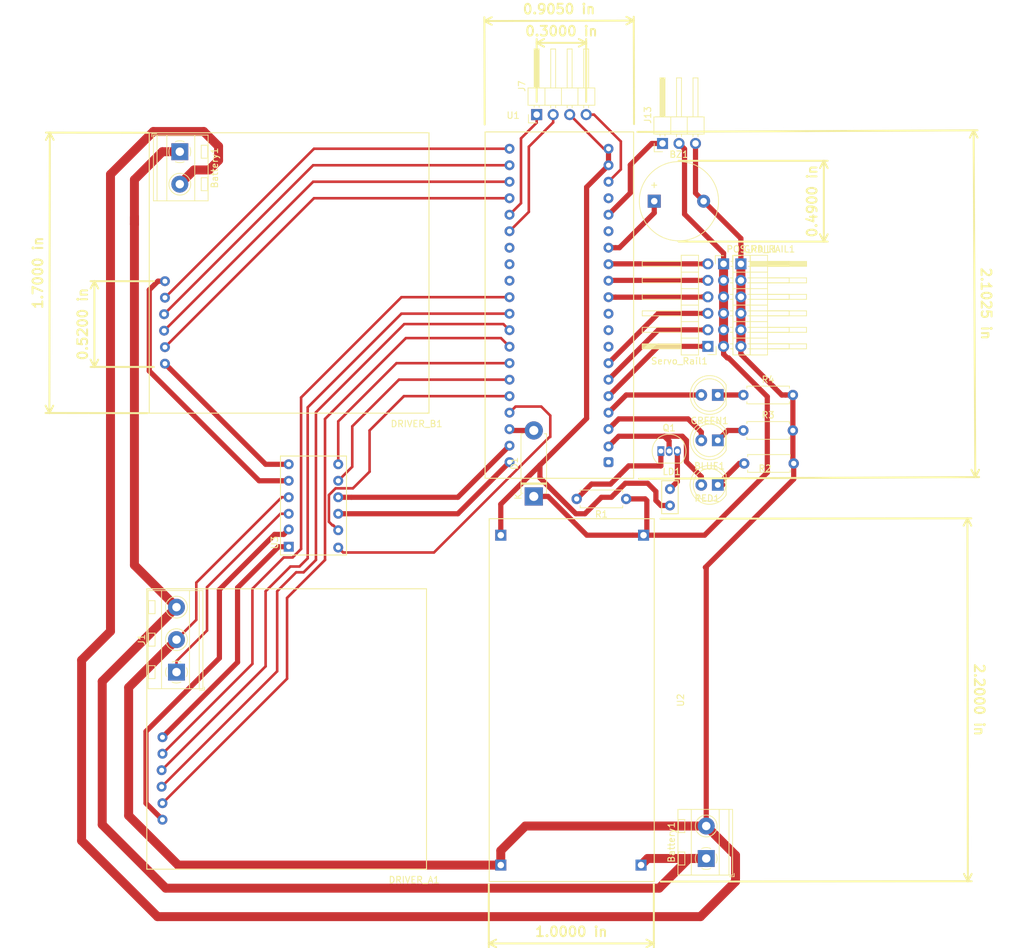
<source format=kicad_pcb>
(kicad_pcb (version 20171130) (host pcbnew 5.0.1-33cea8e~68~ubuntu18.04.1)

  (general
    (thickness 1.6)
    (drawings 8)
    (tracks 265)
    (zones 0)
    (modules 24)
    (nets 51)
  )

  (page A4 portrait)
  (title_block
    (date 2018-11-22)
    (rev REV_2)
    (company "ROBOTICS AND AUTOMATION CENTRE")
    (comment 4 deadpool)
  )

  (layers
    (0 F.Cu signal)
    (31 B.Cu signal)
    (32 B.Adhes user)
    (33 F.Adhes user)
    (34 B.Paste user)
    (35 F.Paste user)
    (36 B.SilkS user)
    (37 F.SilkS user)
    (38 B.Mask user)
    (39 F.Mask user)
    (40 Dwgs.User user)
    (41 Cmts.User user)
    (42 Eco1.User user)
    (43 Eco2.User user)
    (44 Edge.Cuts user)
    (45 Margin user)
    (46 B.CrtYd user)
    (47 F.CrtYd user)
    (48 B.Fab user)
    (49 F.Fab user)
  )

  (setup
    (last_trace_width 0.4)
    (user_trace_width 0.4)
    (user_trace_width 0.8)
    (user_trace_width 1.38)
    (trace_clearance 0.2)
    (zone_clearance 0.508)
    (zone_45_only no)
    (trace_min 0.2)
    (segment_width 0.2)
    (edge_width 0.15)
    (via_size 0.8)
    (via_drill 0.4)
    (via_min_size 0.4)
    (via_min_drill 0.3)
    (uvia_size 0.3)
    (uvia_drill 0.1)
    (uvias_allowed no)
    (uvia_min_size 0.2)
    (uvia_min_drill 0.1)
    (pcb_text_width 0.3)
    (pcb_text_size 1.5 1.5)
    (mod_edge_width 0.15)
    (mod_text_size 1 1)
    (mod_text_width 0.15)
    (pad_size 1.524 1.524)
    (pad_drill 0.7)
    (pad_to_mask_clearance 0.051)
    (solder_mask_min_width 0.25)
    (aux_axis_origin 0 0)
    (visible_elements FFFFFF7F)
    (pcbplotparams
      (layerselection 0x010fc_ffffffff)
      (usegerberextensions false)
      (usegerberattributes false)
      (usegerberadvancedattributes false)
      (creategerberjobfile false)
      (excludeedgelayer true)
      (linewidth 0.100000)
      (plotframeref false)
      (viasonmask false)
      (mode 1)
      (useauxorigin false)
      (hpglpennumber 1)
      (hpglpenspeed 20)
      (hpglpendiameter 15.000000)
      (psnegative false)
      (psa4output false)
      (plotreference true)
      (plotvalue true)
      (plotinvisibletext false)
      (padsonsilk false)
      (subtractmaskfromsilk false)
      (outputformat 1)
      (mirror false)
      (drillshape 1)
      (scaleselection 1)
      (outputdirectory ""))
  )

  (net 0 "")
  (net 1 GND)
  (net 2 "Net-(Battery1-Pad1)")
  (net 3 "Net-(GREEN1-Pad1)")
  (net 4 "Net-(BLUE1-Pad1)")
  (net 5 "Net-(R2-Pad1)")
  (net 6 "Net-(Q1-Pad1)")
  (net 7 "Net-(D1-Pad1)")
  (net 8 "Net-(Q1-Pad2)")
  (net 9 "Net-(LD1-Pad1)")
  (net 10 "Net-(BLUE1-Pad2)")
  (net 11 "Net-(GREEN1-Pad2)")
  (net 12 "Net-(D1-Pad2)")
  (net 13 "Net-(Servo_Rail1-Pad6)")
  (net 14 "Net-(Servo_Rail1-Pad5)")
  (net 15 "Net-(Servo_Rail1-Pad4)")
  (net 16 "Net-(Servo_Rail1-Pad3)")
  (net 17 "Net-(Servo_Rail1-Pad2)")
  (net 18 "Net-(Servo_Rail1-Pad1)")
  (net 19 "Net-(J7-Pad1)")
  (net 20 "Net-(J7-Pad2)")
  (net 21 "Net-(J7-Pad4)")
  (net 22 "Net-(J13-Pad1)")
  (net 23 "Net-(BZ1-Pad1)")
  (net 24 "Net-(U1-Pad1)")
  (net 25 "Net-(U1-Pad21)")
  (net 26 "Net-(U1-Pad7)")
  (net 27 "Net-(U1-Pad3V3)")
  (net 28 "Net-(U1-Pad46)")
  (net 29 "Net-(U1-Pad45)")
  (net 30 "Net-(U1-Pad43)")
  (net 31 "Net-(U1-Pad42)")
  (net 32 "Net-(DRIVER_A1-Pad2)")
  (net 33 "Net-(DRIVER_A1-Pad3)")
  (net 34 "Net-(DRIVER_A1-Pad4)")
  (net 35 "Net-(DRIVER_A1-Pad5)")
  (net 36 "Net-(U1-Pad33)")
  (net 37 "Net-(U1-Pad32)")
  (net 38 "Net-(U1-Pad31)")
  (net 39 "Net-(DRIVER_B1-Pad2)")
  (net 40 "Net-(DRIVER_B1-Pad3)")
  (net 41 "Net-(DRIVER_B1-Pad4)")
  (net 42 "Net-(DRIVER_B1-Pad5)")
  (net 43 "Net-(DRIVER_A1-Pad1)")
  (net 44 "Net-(DRIVER_B1-Pad1)")
  (net 45 "Net-(DRIVER_A1-Pad6)")
  (net 46 "Net-(DRIVER_B1-Pad6)")
  (net 47 "Net-(J1-Pad1)")
  (net 48 "Net-(U1-Pad15)")
  (net 49 "Net-(U1-Pad14)")
  (net 50 "Net-(U1-Pad13)")

  (net_class Default "This is the default net class."
    (clearance 0.2)
    (trace_width 0.25)
    (via_dia 0.8)
    (via_drill 0.4)
    (uvia_dia 0.3)
    (uvia_drill 0.1)
    (add_net GND)
    (add_net "Net-(BLUE1-Pad1)")
    (add_net "Net-(BLUE1-Pad2)")
    (add_net "Net-(BZ1-Pad1)")
    (add_net "Net-(Battery1-Pad1)")
    (add_net "Net-(D1-Pad1)")
    (add_net "Net-(D1-Pad2)")
    (add_net "Net-(DRIVER_A1-Pad1)")
    (add_net "Net-(DRIVER_A1-Pad2)")
    (add_net "Net-(DRIVER_A1-Pad3)")
    (add_net "Net-(DRIVER_A1-Pad4)")
    (add_net "Net-(DRIVER_A1-Pad5)")
    (add_net "Net-(DRIVER_A1-Pad6)")
    (add_net "Net-(DRIVER_B1-Pad1)")
    (add_net "Net-(DRIVER_B1-Pad2)")
    (add_net "Net-(DRIVER_B1-Pad3)")
    (add_net "Net-(DRIVER_B1-Pad4)")
    (add_net "Net-(DRIVER_B1-Pad5)")
    (add_net "Net-(DRIVER_B1-Pad6)")
    (add_net "Net-(GREEN1-Pad1)")
    (add_net "Net-(GREEN1-Pad2)")
    (add_net "Net-(J1-Pad1)")
    (add_net "Net-(J13-Pad1)")
    (add_net "Net-(J7-Pad1)")
    (add_net "Net-(J7-Pad2)")
    (add_net "Net-(J7-Pad4)")
    (add_net "Net-(LD1-Pad1)")
    (add_net "Net-(Q1-Pad1)")
    (add_net "Net-(Q1-Pad2)")
    (add_net "Net-(R2-Pad1)")
    (add_net "Net-(Servo_Rail1-Pad1)")
    (add_net "Net-(Servo_Rail1-Pad2)")
    (add_net "Net-(Servo_Rail1-Pad3)")
    (add_net "Net-(Servo_Rail1-Pad4)")
    (add_net "Net-(Servo_Rail1-Pad5)")
    (add_net "Net-(Servo_Rail1-Pad6)")
    (add_net "Net-(U1-Pad1)")
    (add_net "Net-(U1-Pad13)")
    (add_net "Net-(U1-Pad14)")
    (add_net "Net-(U1-Pad15)")
    (add_net "Net-(U1-Pad21)")
    (add_net "Net-(U1-Pad31)")
    (add_net "Net-(U1-Pad32)")
    (add_net "Net-(U1-Pad33)")
    (add_net "Net-(U1-Pad3V3)")
    (add_net "Net-(U1-Pad42)")
    (add_net "Net-(U1-Pad43)")
    (add_net "Net-(U1-Pad45)")
    (add_net "Net-(U1-Pad46)")
    (add_net "Net-(U1-Pad7)")
  )

  (module Diode_THT:D_5W_P10.16mm_Horizontal (layer F.Cu) (tedit 5AE50CD5) (tstamp 5C118518)
    (at 97.3455 86.233 90)
    (descr "Diode, 5W series, Axial, Horizontal, pin pitch=10.16mm, , length*diameter=8.9*3.7mm^2, , http://www.diodes.com/_files/packages/8686949.gif")
    (tags "Diode 5W series Axial Horizontal pin pitch 10.16mm  length 8.9mm diameter 3.7mm")
    (path /5BF26B8E)
    (fp_text reference D1 (at 5.08 -2.97 90) (layer F.SilkS)
      (effects (font (size 1 1) (thickness 0.15)))
    )
    (fp_text value DIODE (at 5.08 2.97 90) (layer F.Fab)
      (effects (font (size 1 1) (thickness 0.15)))
    )
    (fp_line (start 0.63 -1.85) (end 0.63 1.85) (layer F.Fab) (width 0.1))
    (fp_line (start 0.63 1.85) (end 9.53 1.85) (layer F.Fab) (width 0.1))
    (fp_line (start 9.53 1.85) (end 9.53 -1.85) (layer F.Fab) (width 0.1))
    (fp_line (start 9.53 -1.85) (end 0.63 -1.85) (layer F.Fab) (width 0.1))
    (fp_line (start 0 0) (end 0.63 0) (layer F.Fab) (width 0.1))
    (fp_line (start 10.16 0) (end 9.53 0) (layer F.Fab) (width 0.1))
    (fp_line (start 1.965 -1.85) (end 1.965 1.85) (layer F.Fab) (width 0.1))
    (fp_line (start 2.065 -1.85) (end 2.065 1.85) (layer F.Fab) (width 0.1))
    (fp_line (start 1.865 -1.85) (end 1.865 1.85) (layer F.Fab) (width 0.1))
    (fp_line (start 0.51 -1.64) (end 0.51 -1.97) (layer F.SilkS) (width 0.12))
    (fp_line (start 0.51 -1.97) (end 9.65 -1.97) (layer F.SilkS) (width 0.12))
    (fp_line (start 9.65 -1.97) (end 9.65 -1.64) (layer F.SilkS) (width 0.12))
    (fp_line (start 0.51 1.64) (end 0.51 1.97) (layer F.SilkS) (width 0.12))
    (fp_line (start 0.51 1.97) (end 9.65 1.97) (layer F.SilkS) (width 0.12))
    (fp_line (start 9.65 1.97) (end 9.65 1.64) (layer F.SilkS) (width 0.12))
    (fp_line (start 1.965 -1.97) (end 1.965 1.97) (layer F.SilkS) (width 0.12))
    (fp_line (start 2.085 -1.97) (end 2.085 1.97) (layer F.SilkS) (width 0.12))
    (fp_line (start 1.845 -1.97) (end 1.845 1.97) (layer F.SilkS) (width 0.12))
    (fp_line (start -1.65 -2.1) (end -1.65 2.1) (layer F.CrtYd) (width 0.05))
    (fp_line (start -1.65 2.1) (end 11.81 2.1) (layer F.CrtYd) (width 0.05))
    (fp_line (start 11.81 2.1) (end 11.81 -2.1) (layer F.CrtYd) (width 0.05))
    (fp_line (start 11.81 -2.1) (end -1.65 -2.1) (layer F.CrtYd) (width 0.05))
    (fp_text user %R (at 5.182999 -0.855001 90) (layer F.Fab)
      (effects (font (size 1 1) (thickness 0.15)))
    )
    (fp_text user K (at 0 -2.4 90) (layer F.Fab)
      (effects (font (size 1 1) (thickness 0.15)))
    )
    (fp_text user K (at 0 -2.4 90) (layer F.SilkS)
      (effects (font (size 1 1) (thickness 0.15)))
    )
    (pad 1 thru_hole rect (at 0 0 90) (size 2.8 2.8) (drill 1.4) (layers *.Cu *.Mask)
      (net 7 "Net-(D1-Pad1)"))
    (pad 2 thru_hole oval (at 10.16 0 90) (size 2.8 2.8) (drill 1.4) (layers *.Cu *.Mask)
      (net 12 "Net-(D1-Pad2)"))
    (model ${KISYS3DMOD}/Diode_THT.3dshapes/D_5W_P10.16mm_Horizontal.wrl
      (at (xyz 0 0 0))
      (scale (xyz 1 1 1))
      (rotate (xyz 0 0 0))
    )
  )

  (module BluePill:STM32BluePill (layer F.Cu) (tedit 5BF62518) (tstamp 5C04BBA3)
    (at 101.0285 55.499)
    (descr "Through hole straight pin header, 1x20, 2.54mm pitch, single row")
    (tags "Through hole pin header THT 1x20 2.54mm single row")
    (path /5BD76DC8)
    (fp_text reference U1 (at -6.858 -27.94 180) (layer F.SilkS)
      (effects (font (size 1 1) (thickness 0.15)))
    )
    (fp_text value BluePill (at 2.413 29.083 180) (layer F.Fab)
      (effects (font (size 1 1) (thickness 0.15)))
    )
    (fp_line (start 11.684 27.94) (end -11.176 27.94) (layer F.SilkS) (width 0.15))
    (fp_line (start -11.176 -25.4) (end -11.176 27.94) (layer F.SilkS) (width 0.15))
    (fp_line (start 11.684 -25.4) (end -11.176 -25.4) (layer F.SilkS) (width 0.15))
    (fp_line (start 11.684 27.94) (end 11.684 -25.4) (layer F.SilkS) (width 0.15))
    (pad 25 thru_hole circle (at -7.41998 -22.809948 90) (size 1.524 1.524) (drill 0.762) (layers *.Cu *.Mask)
      (net 42 "Net-(DRIVER_B1-Pad5)"))
    (pad 26 thru_hole circle (at -7.41998 -20.269948 90) (size 1.524 1.524) (drill 0.762) (layers *.Cu *.Mask)
      (net 41 "Net-(DRIVER_B1-Pad4)"))
    (pad 27 thru_hole circle (at -7.41998 -17.729948 90) (size 1.524 1.524) (drill 0.762) (layers *.Cu *.Mask)
      (net 40 "Net-(DRIVER_B1-Pad3)"))
    (pad 28 thru_hole circle (at -7.41998 -15.189948 90) (size 1.524 1.524) (drill 0.762) (layers *.Cu *.Mask)
      (net 39 "Net-(DRIVER_B1-Pad2)"))
    (pad 29 thru_hole circle (at -7.41998 -12.649948 90) (size 1.524 1.524) (drill 0.762) (layers *.Cu *.Mask)
      (net 19 "Net-(J7-Pad1)"))
    (pad 30 thru_hole circle (at -7.41998 -10.109948 90) (size 1.524 1.524) (drill 0.762) (layers *.Cu *.Mask)
      (net 20 "Net-(J7-Pad2)"))
    (pad 31 thru_hole circle (at -7.41998 -7.569948 90) (size 1.524 1.524) (drill 0.762) (layers *.Cu *.Mask)
      (net 38 "Net-(U1-Pad31)"))
    (pad 32 thru_hole circle (at -7.41998 -5.029948 90) (size 1.524 1.524) (drill 0.762) (layers *.Cu *.Mask)
      (net 37 "Net-(U1-Pad32)"))
    (pad 33 thru_hole circle (at -7.41998 -2.489948 90) (size 1.524 1.524) (drill 0.762) (layers *.Cu *.Mask)
      (net 36 "Net-(U1-Pad33)"))
    (pad 38 thru_hole circle (at -7.41998 0.050052 90) (size 1.524 1.524) (drill 0.762) (layers *.Cu *.Mask)
      (net 35 "Net-(DRIVER_A1-Pad5)"))
    (pad 39 thru_hole circle (at -7.41998 2.590052 90) (size 1.524 1.524) (drill 0.762) (layers *.Cu *.Mask)
      (net 34 "Net-(DRIVER_A1-Pad4)"))
    (pad 40 thru_hole circle (at -7.41998 5.130052 90) (size 1.524 1.524) (drill 0.762) (layers *.Cu *.Mask)
      (net 33 "Net-(DRIVER_A1-Pad3)"))
    (pad 41 thru_hole circle (at -7.41998 7.670052 90) (size 1.524 1.524) (drill 0.762) (layers *.Cu *.Mask)
      (net 32 "Net-(DRIVER_A1-Pad2)"))
    (pad 42 thru_hole circle (at -7.41998 10.210052 90) (size 1.524 1.524) (drill 0.762) (layers *.Cu *.Mask)
      (net 31 "Net-(U1-Pad42)"))
    (pad 43 thru_hole circle (at -7.41998 12.750052 90) (size 1.524 1.524) (drill 0.762) (layers *.Cu *.Mask)
      (net 30 "Net-(U1-Pad43)"))
    (pad 45 thru_hole circle (at -7.41998 15.290052 90) (size 1.524 1.524) (drill 0.762) (layers *.Cu *.Mask)
      (net 29 "Net-(U1-Pad45)"))
    (pad 46 thru_hole circle (at -7.41998 17.830052 90) (size 1.524 1.524) (drill 0.762) (layers *.Cu *.Mask)
      (net 28 "Net-(U1-Pad46)"))
    (pad 5V thru_hole circle (at -7.41998 20.370052 90) (size 1.524 1.524) (drill 0.762) (layers *.Cu *.Mask)
      (net 12 "Net-(D1-Pad2)"))
    (pad GND thru_hole circle (at -7.41998 22.910052 90) (size 1.524 1.524) (drill 0.762) (layers *.Cu *.Mask)
      (net 1 GND))
    (pad 3V3 thru_hole circle (at -7.41998 25.450052 90) (size 1.524 1.524) (drill 0.762) (layers *.Cu *.Mask)
      (net 21 "Net-(J7-Pad4)"))
    (pad GND thru_hole circle (at 7.82002 -22.809948 90) (size 1.524 1.524) (drill 0.762) (layers *.Cu *.Mask)
      (net 1 GND))
    (pad GND thru_hole circle (at 7.82002 -20.269948 90) (size 1.524 1.524) (drill 0.762) (layers *.Cu *.Mask)
      (net 1 GND))
    (pad 3V3 thru_hole circle (at 7.82002 -17.729948 90) (size 1.524 1.524) (drill 0.762) (layers *.Cu *.Mask)
      (net 21 "Net-(J7-Pad4)"))
    (pad 7 thru_hole circle (at 7.82002 -15.189948 90) (size 1.524 1.524) (drill 0.762) (layers *.Cu *.Mask)
      (net 26 "Net-(U1-Pad7)"))
    (pad 22 thru_hole circle (at 7.82002 -12.649948 90) (size 1.524 1.524) (drill 0.762) (layers *.Cu *.Mask)
      (net 22 "Net-(J13-Pad1)"))
    (pad 21 thru_hole circle (at 7.82002 -10.109948 90) (size 1.524 1.524) (drill 0.762) (layers *.Cu *.Mask)
      (net 25 "Net-(U1-Pad21)"))
    (pad 19 thru_hole circle (at 7.82002 -7.569948 90) (size 1.524 1.524) (drill 0.762) (layers *.Cu *.Mask)
      (net 23 "Net-(BZ1-Pad1)"))
    (pad 18 thru_hole circle (at 7.82002 -5.029948 90) (size 1.524 1.524) (drill 0.762) (layers *.Cu *.Mask)
      (net 13 "Net-(Servo_Rail1-Pad6)"))
    (pad 17 thru_hole circle (at 7.82002 -2.489948 90) (size 1.524 1.524) (drill 0.762) (layers *.Cu *.Mask)
      (net 14 "Net-(Servo_Rail1-Pad5)"))
    (pad 16 thru_hole circle (at 7.82002 0.050052 90) (size 1.524 1.524) (drill 0.762) (layers *.Cu *.Mask)
      (net 15 "Net-(Servo_Rail1-Pad4)"))
    (pad 15 thru_hole circle (at 7.82002 2.590052 90) (size 1.524 1.524) (drill 0.762) (layers *.Cu *.Mask)
      (net 48 "Net-(U1-Pad15)"))
    (pad 14 thru_hole circle (at 7.82002 5.130052 90) (size 1.524 1.524) (drill 0.762) (layers *.Cu *.Mask)
      (net 49 "Net-(U1-Pad14)"))
    (pad 13 thru_hole circle (at 7.82002 7.670052 90) (size 1.524 1.524) (drill 0.762) (layers *.Cu *.Mask)
      (net 50 "Net-(U1-Pad13)"))
    (pad 12 thru_hole circle (at 7.82002 10.210052 90) (size 1.524 1.524) (drill 0.762) (layers *.Cu *.Mask)
      (net 16 "Net-(Servo_Rail1-Pad3)"))
    (pad 11 thru_hole circle (at 7.82002 12.750052 90) (size 1.524 1.524) (drill 0.762) (layers *.Cu *.Mask)
      (net 17 "Net-(Servo_Rail1-Pad2)"))
    (pad 10 thru_hole circle (at 7.82002 15.290052 90) (size 1.524 1.524) (drill 0.762) (layers *.Cu *.Mask)
      (net 18 "Net-(Servo_Rail1-Pad1)"))
    (pad 4 thru_hole circle (at 7.82002 17.830052 90) (size 1.524 1.524) (drill 0.762) (layers *.Cu *.Mask)
      (net 11 "Net-(GREEN1-Pad2)"))
    (pad 3 thru_hole circle (at 7.82002 20.370052 90) (size 1.524 1.524) (drill 0.762) (layers *.Cu *.Mask)
      (net 10 "Net-(BLUE1-Pad2)"))
    (pad 2 thru_hole circle (at 7.82002 23.037052 90) (size 1.524 1.524) (drill 0.762) (layers *.Cu *.Mask)
      (net 8 "Net-(Q1-Pad2)"))
    (pad 1 thru_hole roundrect (at 7.82002 25.450052 90) (size 1.524 1.524) (drill 0.762) (layers *.Cu *.Mask) (roundrect_rratio 0.25)
      (net 24 "Net-(U1-Pad1)"))
    (model ${KISYS3DMOD}/Connector_PinHeader_2.54mm.3dshapes/PinHeader_1x20_P2.54mm_Vertical.wrl
      (at (xyz 0 0 0))
      (scale (xyz 1 1 1))
      (rotate (xyz 0 0 0))
    )
  )

  (module TerminalBlock_MetzConnect:TerminalBlock_MetzConnect_Type094_RT03502HBLU_1x02_P5.00mm_Horizontal (layer F.Cu) (tedit 5B294E9C) (tstamp 5C113C89)
    (at 42.8625 33.147 270)
    (descr "terminal block Metz Connect Type094_RT03502HBLU, 2 pins, pitch 5mm, size 10x8.3mm^2, drill diamater 1.3mm, pad diameter 2.6mm, see http://www.metz-connect.com/ru/system/files/productfiles/Data_sheet_310941_RT035xxHBLU_OFF-022742T.pdf, script-generated using https://github.com/pointhi/kicad-footprint-generator/scripts/TerminalBlock_MetzConnect")
    (tags "THT terminal block Metz Connect Type094_RT03502HBLU pitch 5mm size 10x8.3mm^2 drill 1.3mm pad 2.6mm")
    (path /5BF18DF6)
    (fp_text reference Battery1 (at 2.5 -5.36 270) (layer F.SilkS)
      (effects (font (size 1 1) (thickness 0.15)))
    )
    (fp_text value Screw_Terminal_01x02 (at 2.5 5.06 270) (layer F.Fab)
      (effects (font (size 1 1) (thickness 0.15)))
    )
    (fp_arc (start 0 0) (end 0 1.68) (angle -24) (layer F.SilkS) (width 0.12))
    (fp_arc (start 0 0) (end 1.535 0.684) (angle -48) (layer F.SilkS) (width 0.12))
    (fp_arc (start 0 0) (end 0.684 -1.535) (angle -48) (layer F.SilkS) (width 0.12))
    (fp_arc (start 0 0) (end -1.535 -0.684) (angle -48) (layer F.SilkS) (width 0.12))
    (fp_arc (start 0 0) (end -0.684 1.535) (angle -25) (layer F.SilkS) (width 0.12))
    (fp_circle (center 0 0) (end 1.5 0) (layer F.Fab) (width 0.1))
    (fp_circle (center 5 0) (end 6.5 0) (layer F.Fab) (width 0.1))
    (fp_circle (center 5 0) (end 6.68 0) (layer F.SilkS) (width 0.12))
    (fp_line (start -2.5 -4.3) (end 7.5 -4.3) (layer F.Fab) (width 0.1))
    (fp_line (start 7.5 -4.3) (end 7.5 4) (layer F.Fab) (width 0.1))
    (fp_line (start 7.5 4) (end -2 4) (layer F.Fab) (width 0.1))
    (fp_line (start -2 4) (end -2.5 3.5) (layer F.Fab) (width 0.1))
    (fp_line (start -2.5 3.5) (end -2.5 -4.3) (layer F.Fab) (width 0.1))
    (fp_line (start -2.5 3.5) (end 7.5 3.5) (layer F.Fab) (width 0.1))
    (fp_line (start -2.56 3.5) (end 7.56 3.5) (layer F.SilkS) (width 0.12))
    (fp_line (start -2.5 2) (end 7.5 2) (layer F.Fab) (width 0.1))
    (fp_line (start -2.56 2) (end 7.56 2) (layer F.SilkS) (width 0.12))
    (fp_line (start -2.5 -2.3) (end 7.5 -2.3) (layer F.Fab) (width 0.1))
    (fp_line (start -2.56 -2.301) (end 7.56 -2.301) (layer F.SilkS) (width 0.12))
    (fp_line (start -2.56 -4.36) (end 7.56 -4.36) (layer F.SilkS) (width 0.12))
    (fp_line (start -2.56 4.06) (end 7.56 4.06) (layer F.SilkS) (width 0.12))
    (fp_line (start -2.56 -4.36) (end -2.56 4.06) (layer F.SilkS) (width 0.12))
    (fp_line (start 7.56 -4.36) (end 7.56 4.06) (layer F.SilkS) (width 0.12))
    (fp_line (start 1.138 -0.955) (end -0.955 1.138) (layer F.Fab) (width 0.1))
    (fp_line (start 0.955 -1.138) (end -1.138 0.955) (layer F.Fab) (width 0.1))
    (fp_line (start -1 -4.3) (end -1 -3.3) (layer F.Fab) (width 0.1))
    (fp_line (start -1 -3.3) (end 1 -3.3) (layer F.Fab) (width 0.1))
    (fp_line (start 1 -3.3) (end 1 -4.3) (layer F.Fab) (width 0.1))
    (fp_line (start 1 -4.3) (end -1 -4.3) (layer F.Fab) (width 0.1))
    (fp_line (start -1 -4.3) (end 1 -4.3) (layer F.SilkS) (width 0.12))
    (fp_line (start -1 -3.3) (end 1 -3.3) (layer F.SilkS) (width 0.12))
    (fp_line (start -1 -4.3) (end -1 -3.3) (layer F.SilkS) (width 0.12))
    (fp_line (start 1 -4.3) (end 1 -3.3) (layer F.SilkS) (width 0.12))
    (fp_line (start 6.138 -0.955) (end 4.046 1.138) (layer F.Fab) (width 0.1))
    (fp_line (start 5.955 -1.138) (end 3.863 0.955) (layer F.Fab) (width 0.1))
    (fp_line (start 6.275 -1.069) (end 6.228 -1.023) (layer F.SilkS) (width 0.12))
    (fp_line (start 3.966 1.239) (end 3.931 1.274) (layer F.SilkS) (width 0.12))
    (fp_line (start 6.07 -1.275) (end 6.035 -1.239) (layer F.SilkS) (width 0.12))
    (fp_line (start 3.773 1.023) (end 3.726 1.069) (layer F.SilkS) (width 0.12))
    (fp_line (start 4 -4.3) (end 4 -3.3) (layer F.Fab) (width 0.1))
    (fp_line (start 4 -3.3) (end 6 -3.3) (layer F.Fab) (width 0.1))
    (fp_line (start 6 -3.3) (end 6 -4.3) (layer F.Fab) (width 0.1))
    (fp_line (start 6 -4.3) (end 4 -4.3) (layer F.Fab) (width 0.1))
    (fp_line (start 4 -4.3) (end 6 -4.3) (layer F.SilkS) (width 0.12))
    (fp_line (start 4 -3.3) (end 6 -3.3) (layer F.SilkS) (width 0.12))
    (fp_line (start 4 -4.3) (end 4 -3.3) (layer F.SilkS) (width 0.12))
    (fp_line (start 6 -4.3) (end 6 -3.3) (layer F.SilkS) (width 0.12))
    (fp_line (start -2.8 3.56) (end -2.8 4.3) (layer F.SilkS) (width 0.12))
    (fp_line (start -2.8 4.3) (end -2.3 4.3) (layer F.SilkS) (width 0.12))
    (fp_line (start -3 -4.81) (end -3 4.5) (layer F.CrtYd) (width 0.05))
    (fp_line (start -3 4.5) (end 8 4.5) (layer F.CrtYd) (width 0.05))
    (fp_line (start 8 4.5) (end 8 -4.81) (layer F.CrtYd) (width 0.05))
    (fp_line (start 8 -4.81) (end -3 -4.81) (layer F.CrtYd) (width 0.05))
    (fp_text user %R (at 2.5 2.75 90) (layer F.Fab)
      (effects (font (size 1 1) (thickness 0.15)))
    )
    (pad 1 thru_hole rect (at 0 0 270) (size 2.6 2.6) (drill 1.3) (layers *.Cu *.Mask)
      (net 2 "Net-(Battery1-Pad1)"))
    (pad 2 thru_hole circle (at 5 0 270) (size 2.6 2.6) (drill 1.3) (layers *.Cu *.Mask)
      (net 1 GND))
    (model ${KISYS3DMOD}/TerminalBlock_MetzConnect.3dshapes/TerminalBlock_MetzConnect_Type094_RT03502HBLU_1x02_P5.00mm_Horizontal.wrl
      (at (xyz 0 0 0))
      (scale (xyz 1 1 1))
      (rotate (xyz 0 0 0))
    )
  )

  (module TerminalBlock_MetzConnect:TerminalBlock_MetzConnect_Type094_RT03503HBLU_1x03_P5.00mm_Horizontal (layer F.Cu) (tedit 5B294E9C) (tstamp 5C112D00)
    (at 42.3545 113.284 90)
    (descr "terminal block Metz Connect Type094_RT03503HBLU, 3 pins, pitch 5mm, size 15x8.3mm^2, drill diamater 1.3mm, pad diameter 2.6mm, see http://www.metz-connect.com/ru/system/files/productfiles/Data_sheet_310941_RT035xxHBLU_OFF-022742T.pdf, script-generated using https://github.com/pointhi/kicad-footprint-generator/scripts/TerminalBlock_MetzConnect")
    (tags "THT terminal block Metz Connect Type094_RT03503HBLU pitch 5mm size 15x8.3mm^2 drill 1.3mm pad 2.6mm")
    (path /5C0D1E4E)
    (fp_text reference J1 (at 5 -5.36 90) (layer F.SilkS)
      (effects (font (size 1 1) (thickness 0.15)))
    )
    (fp_text value Screw_Terminal_01x03 (at 5 5.06 90) (layer F.Fab)
      (effects (font (size 1 1) (thickness 0.15)))
    )
    (fp_text user %R (at 5 2.75 90) (layer F.Fab)
      (effects (font (size 1 1) (thickness 0.15)))
    )
    (fp_line (start 13 -4.81) (end -3 -4.81) (layer F.CrtYd) (width 0.05))
    (fp_line (start 13 4.5) (end 13 -4.81) (layer F.CrtYd) (width 0.05))
    (fp_line (start -3 4.5) (end 13 4.5) (layer F.CrtYd) (width 0.05))
    (fp_line (start -3 -4.81) (end -3 4.5) (layer F.CrtYd) (width 0.05))
    (fp_line (start -2.8 4.3) (end -2.3 4.3) (layer F.SilkS) (width 0.12))
    (fp_line (start -2.8 3.56) (end -2.8 4.3) (layer F.SilkS) (width 0.12))
    (fp_line (start 11 -4.3) (end 11 -3.3) (layer F.SilkS) (width 0.12))
    (fp_line (start 9 -4.3) (end 9 -3.3) (layer F.SilkS) (width 0.12))
    (fp_line (start 9 -3.3) (end 11 -3.3) (layer F.SilkS) (width 0.12))
    (fp_line (start 9 -4.3) (end 11 -4.3) (layer F.SilkS) (width 0.12))
    (fp_line (start 11 -4.3) (end 9 -4.3) (layer F.Fab) (width 0.1))
    (fp_line (start 11 -3.3) (end 11 -4.3) (layer F.Fab) (width 0.1))
    (fp_line (start 9 -3.3) (end 11 -3.3) (layer F.Fab) (width 0.1))
    (fp_line (start 9 -4.3) (end 9 -3.3) (layer F.Fab) (width 0.1))
    (fp_line (start 8.773 1.023) (end 8.726 1.069) (layer F.SilkS) (width 0.12))
    (fp_line (start 11.07 -1.275) (end 11.035 -1.239) (layer F.SilkS) (width 0.12))
    (fp_line (start 8.966 1.239) (end 8.931 1.274) (layer F.SilkS) (width 0.12))
    (fp_line (start 11.275 -1.069) (end 11.228 -1.023) (layer F.SilkS) (width 0.12))
    (fp_line (start 10.955 -1.138) (end 8.863 0.955) (layer F.Fab) (width 0.1))
    (fp_line (start 11.138 -0.955) (end 9.046 1.138) (layer F.Fab) (width 0.1))
    (fp_line (start 6 -4.3) (end 6 -3.3) (layer F.SilkS) (width 0.12))
    (fp_line (start 4 -4.3) (end 4 -3.3) (layer F.SilkS) (width 0.12))
    (fp_line (start 4 -3.3) (end 6 -3.3) (layer F.SilkS) (width 0.12))
    (fp_line (start 4 -4.3) (end 6 -4.3) (layer F.SilkS) (width 0.12))
    (fp_line (start 6 -4.3) (end 4 -4.3) (layer F.Fab) (width 0.1))
    (fp_line (start 6 -3.3) (end 6 -4.3) (layer F.Fab) (width 0.1))
    (fp_line (start 4 -3.3) (end 6 -3.3) (layer F.Fab) (width 0.1))
    (fp_line (start 4 -4.3) (end 4 -3.3) (layer F.Fab) (width 0.1))
    (fp_line (start 3.773 1.023) (end 3.726 1.069) (layer F.SilkS) (width 0.12))
    (fp_line (start 6.07 -1.275) (end 6.035 -1.239) (layer F.SilkS) (width 0.12))
    (fp_line (start 3.966 1.239) (end 3.931 1.274) (layer F.SilkS) (width 0.12))
    (fp_line (start 6.275 -1.069) (end 6.228 -1.023) (layer F.SilkS) (width 0.12))
    (fp_line (start 5.955 -1.138) (end 3.863 0.955) (layer F.Fab) (width 0.1))
    (fp_line (start 6.138 -0.955) (end 4.046 1.138) (layer F.Fab) (width 0.1))
    (fp_line (start 1 -4.3) (end 1 -3.3) (layer F.SilkS) (width 0.12))
    (fp_line (start -1 -4.3) (end -1 -3.3) (layer F.SilkS) (width 0.12))
    (fp_line (start -1 -3.3) (end 1 -3.3) (layer F.SilkS) (width 0.12))
    (fp_line (start -1 -4.3) (end 1 -4.3) (layer F.SilkS) (width 0.12))
    (fp_line (start 1 -4.3) (end -1 -4.3) (layer F.Fab) (width 0.1))
    (fp_line (start 1 -3.3) (end 1 -4.3) (layer F.Fab) (width 0.1))
    (fp_line (start -1 -3.3) (end 1 -3.3) (layer F.Fab) (width 0.1))
    (fp_line (start -1 -4.3) (end -1 -3.3) (layer F.Fab) (width 0.1))
    (fp_line (start 0.955 -1.138) (end -1.138 0.955) (layer F.Fab) (width 0.1))
    (fp_line (start 1.138 -0.955) (end -0.955 1.138) (layer F.Fab) (width 0.1))
    (fp_line (start 12.56 -4.36) (end 12.56 4.06) (layer F.SilkS) (width 0.12))
    (fp_line (start -2.56 -4.36) (end -2.56 4.06) (layer F.SilkS) (width 0.12))
    (fp_line (start -2.56 4.06) (end 12.56 4.06) (layer F.SilkS) (width 0.12))
    (fp_line (start -2.56 -4.36) (end 12.56 -4.36) (layer F.SilkS) (width 0.12))
    (fp_line (start -2.56 -2.301) (end 12.56 -2.301) (layer F.SilkS) (width 0.12))
    (fp_line (start -2.5 -2.3) (end 12.5 -2.3) (layer F.Fab) (width 0.1))
    (fp_line (start -2.56 2) (end 12.56 2) (layer F.SilkS) (width 0.12))
    (fp_line (start -2.5 2) (end 12.5 2) (layer F.Fab) (width 0.1))
    (fp_line (start -2.56 3.5) (end 12.56 3.5) (layer F.SilkS) (width 0.12))
    (fp_line (start -2.5 3.5) (end 12.5 3.5) (layer F.Fab) (width 0.1))
    (fp_line (start -2.5 3.5) (end -2.5 -4.3) (layer F.Fab) (width 0.1))
    (fp_line (start -2 4) (end -2.5 3.5) (layer F.Fab) (width 0.1))
    (fp_line (start 12.5 4) (end -2 4) (layer F.Fab) (width 0.1))
    (fp_line (start 12.5 -4.3) (end 12.5 4) (layer F.Fab) (width 0.1))
    (fp_line (start -2.5 -4.3) (end 12.5 -4.3) (layer F.Fab) (width 0.1))
    (fp_circle (center 10 0) (end 11.68 0) (layer F.SilkS) (width 0.12))
    (fp_circle (center 10 0) (end 11.5 0) (layer F.Fab) (width 0.1))
    (fp_circle (center 5 0) (end 6.68 0) (layer F.SilkS) (width 0.12))
    (fp_circle (center 5 0) (end 6.5 0) (layer F.Fab) (width 0.1))
    (fp_circle (center 0 0) (end 1.5 0) (layer F.Fab) (width 0.1))
    (fp_arc (start 0 0) (end -0.684 1.535) (angle -25) (layer F.SilkS) (width 0.12))
    (fp_arc (start 0 0) (end -1.535 -0.684) (angle -48) (layer F.SilkS) (width 0.12))
    (fp_arc (start 0 0) (end 0.684 -1.535) (angle -48) (layer F.SilkS) (width 0.12))
    (fp_arc (start 0 0) (end 1.535 0.684) (angle -48) (layer F.SilkS) (width 0.12))
    (fp_arc (start 0 0) (end 0 1.68) (angle -24) (layer F.SilkS) (width 0.12))
    (pad 3 thru_hole circle (at 10 0 90) (size 2.6 2.6) (drill 1.3) (layers *.Cu *.Mask)
      (net 2 "Net-(Battery1-Pad1)"))
    (pad 2 thru_hole circle (at 5 0 90) (size 2.6 2.6) (drill 1.3) (layers *.Cu *.Mask)
      (net 1 GND))
    (pad 1 thru_hole rect (at 0 0 90) (size 2.6 2.6) (drill 1.3) (layers *.Cu *.Mask)
      (net 47 "Net-(J1-Pad1)"))
    (model ${KISYS3DMOD}/TerminalBlock_MetzConnect.3dshapes/TerminalBlock_MetzConnect_Type094_RT03503HBLU_1x03_P5.00mm_Horizontal.wrl
      (at (xyz 0 0 0))
      (scale (xyz 1 1 1))
      (rotate (xyz 0 0 0))
    )
  )

  (module BluePill:L298N (layer F.Cu) (tedit 5BF0F5B7) (tstamp 5C04BBD1)
    (at 49.4665 59.436 180)
    (path /5BEC16B0)
    (fp_text reference DRIVER_B1 (at -29.845 -15.621 180) (layer F.SilkS)
      (effects (font (size 1 1) (thickness 0.15)))
    )
    (fp_text value Conn_01x06_Female (at 9.144 30.48 180) (layer F.Fab)
      (effects (font (size 1 1) (thickness 0.15)))
    )
    (fp_line (start 11.303 29.21) (end 11.303 -13.97) (layer F.SilkS) (width 0.15))
    (fp_line (start -31.75 29.21) (end 11.303 29.21) (layer F.SilkS) (width 0.15))
    (fp_line (start -31.75 -13.97) (end -31.75 29.21) (layer F.SilkS) (width 0.15))
    (fp_line (start -31.496 -13.97) (end -31.75 -13.97) (layer F.SilkS) (width 0.15))
    (fp_line (start -31.75 -13.97) (end -31.496 -13.97) (layer F.SilkS) (width 0.15))
    (fp_line (start 11.3 -13.97) (end -31.623 -13.97) (layer F.SilkS) (width 0.15))
    (pad 6 thru_hole circle (at 8.89 6.35 180) (size 1.524 1.524) (drill 0.762) (layers *.Cu *.Mask)
      (net 46 "Net-(DRIVER_B1-Pad6)"))
    (pad 5 thru_hole circle (at 8.89 3.81 180) (size 1.524 1.524) (drill 0.762) (layers *.Cu *.Mask)
      (net 42 "Net-(DRIVER_B1-Pad5)"))
    (pad 4 thru_hole circle (at 9.017 1.27 180) (size 1.524 1.524) (drill 0.762) (layers *.Cu *.Mask)
      (net 41 "Net-(DRIVER_B1-Pad4)"))
    (pad 3 thru_hole circle (at 9.017 -1.27 180) (size 1.524 1.524) (drill 0.762) (layers *.Cu *.Mask)
      (net 40 "Net-(DRIVER_B1-Pad3)"))
    (pad 2 thru_hole circle (at 8.89 -3.81 180) (size 1.524 1.524) (drill 0.762) (layers *.Cu *.Mask)
      (net 39 "Net-(DRIVER_B1-Pad2)"))
    (pad 1 thru_hole circle (at 8.89 -6.35 180) (size 1.524 1.524) (drill 0.762) (layers *.Cu *.Mask)
      (net 44 "Net-(DRIVER_B1-Pad1)"))
  )

  (module Buzzer_Beeper:Buzzer_12x9.5RM7.6 (layer F.Cu) (tedit 5A030281) (tstamp 5C04BB65)
    (at 115.8875 40.767)
    (descr "Generic Buzzer, D12mm height 9.5mm with RM7.6mm")
    (tags buzzer)
    (path /5BF09723)
    (fp_text reference BZ1 (at 3.8 -7.2) (layer F.SilkS)
      (effects (font (size 1 1) (thickness 0.15)))
    )
    (fp_text value Buzzer (at 3.8 7.4) (layer F.Fab)
      (effects (font (size 1 1) (thickness 0.15)))
    )
    (fp_circle (center 3.8 0) (end 9.9 0) (layer F.SilkS) (width 0.12))
    (fp_circle (center 3.8 0) (end 4.8 0) (layer F.Fab) (width 0.1))
    (fp_circle (center 3.8 0) (end 9.8 0) (layer F.Fab) (width 0.1))
    (fp_circle (center 3.8 0) (end 10.05 0) (layer F.CrtYd) (width 0.05))
    (fp_text user %R (at 3.8 -4) (layer F.Fab)
      (effects (font (size 1 1) (thickness 0.15)))
    )
    (fp_text user + (at -0.01 -2.54) (layer F.SilkS)
      (effects (font (size 1 1) (thickness 0.15)))
    )
    (fp_text user + (at -0.01 -2.54) (layer F.Fab)
      (effects (font (size 1 1) (thickness 0.15)))
    )
    (pad 2 thru_hole circle (at 7.6 0) (size 2 2) (drill 1) (layers *.Cu *.Mask)
      (net 1 GND))
    (pad 1 thru_hole rect (at 0 0) (size 2 2) (drill 1) (layers *.Cu *.Mask)
      (net 23 "Net-(BZ1-Pad1)"))
    (model ${KISYS3DMOD}/Buzzer_Beeper.3dshapes/Buzzer_12x9.5RM7.6.wrl
      (at (xyz 0 0 0))
      (scale (xyz 1 1 1))
      (rotate (xyz 0 0 0))
    )
  )

  (module BluePill:L298N (layer F.Cu) (tedit 5BF0F5B7) (tstamp 5C04BBE1)
    (at 49.0855 129.667 180)
    (path /5BEC17C5)
    (fp_text reference DRIVER_A1 (at -29.845 -15.621 180) (layer F.SilkS)
      (effects (font (size 1 1) (thickness 0.15)))
    )
    (fp_text value Conn_01x06_Female (at 9.144 30.48 180) (layer F.Fab)
      (effects (font (size 1 1) (thickness 0.15)))
    )
    (fp_line (start 11.303 29.21) (end 11.303 -13.97) (layer F.SilkS) (width 0.15))
    (fp_line (start -31.75 29.21) (end 11.303 29.21) (layer F.SilkS) (width 0.15))
    (fp_line (start -31.75 -13.97) (end -31.75 29.21) (layer F.SilkS) (width 0.15))
    (fp_line (start -31.496 -13.97) (end -31.75 -13.97) (layer F.SilkS) (width 0.15))
    (fp_line (start -31.75 -13.97) (end -31.496 -13.97) (layer F.SilkS) (width 0.15))
    (fp_line (start 11.3 -13.97) (end -31.623 -13.97) (layer F.SilkS) (width 0.15))
    (pad 6 thru_hole circle (at 8.89 6.35 180) (size 1.524 1.524) (drill 0.762) (layers *.Cu *.Mask)
      (net 45 "Net-(DRIVER_A1-Pad6)"))
    (pad 5 thru_hole circle (at 8.89 3.81 180) (size 1.524 1.524) (drill 0.762) (layers *.Cu *.Mask)
      (net 35 "Net-(DRIVER_A1-Pad5)"))
    (pad 4 thru_hole circle (at 9.017 1.27 180) (size 1.524 1.524) (drill 0.762) (layers *.Cu *.Mask)
      (net 34 "Net-(DRIVER_A1-Pad4)"))
    (pad 3 thru_hole circle (at 9.017 -1.27 180) (size 1.524 1.524) (drill 0.762) (layers *.Cu *.Mask)
      (net 33 "Net-(DRIVER_A1-Pad3)"))
    (pad 2 thru_hole circle (at 8.89 -3.81 180) (size 1.524 1.524) (drill 0.762) (layers *.Cu *.Mask)
      (net 32 "Net-(DRIVER_A1-Pad2)"))
    (pad 1 thru_hole circle (at 8.89 -6.35 180) (size 1.524 1.524) (drill 0.762) (layers *.Cu *.Mask)
      (net 43 "Net-(DRIVER_A1-Pad1)"))
  )

  (module BluePill:LASER (layer F.Cu) (tedit 5BF0FAF6) (tstamp 5C04BBC1)
    (at 118.3005 86.36)
    (path /5BF3A712)
    (fp_text reference LD1 (at 0.254 -3.937) (layer F.SilkS)
      (effects (font (size 1 1) (thickness 0.15)))
    )
    (fp_text value Laserdiode_1A3C (at 0 3.556) (layer F.Fab)
      (effects (font (size 1 1) (thickness 0.15)))
    )
    (fp_line (start -1.27 2.54) (end -1.27 -2.54) (layer F.SilkS) (width 0.15))
    (fp_line (start 1.27 2.54) (end -1.27 2.54) (layer F.SilkS) (width 0.15))
    (fp_line (start 1.27 -2.54) (end 1.27 2.54) (layer F.SilkS) (width 0.15))
    (fp_line (start -1.27 -2.54) (end 1.27 -2.54) (layer F.SilkS) (width 0.15))
    (pad 1 thru_hole circle (at 0 -1.27) (size 1.524 1.524) (drill 0.762) (layers *.Cu *.Mask)
      (net 9 "Net-(LD1-Pad1)"))
    (pad 3 thru_hole circle (at 0 1.27) (size 1.524 1.524) (drill 0.762) (layers *.Cu *.Mask)
      (net 1 GND))
  )

  (module BluePill:Logic_level (layer F.Cu) (tedit 5BF6AE57) (tstamp 5C04BBB7)
    (at 63.4365 87.63 90)
    (path /5BF77E25)
    (fp_text reference U3 (at -5.715 -5.969 90) (layer F.SilkS)
      (effects (font (size 1 1) (thickness 0.15)))
    )
    (fp_text value SparkfunLogicLevelConverter (at 3.683 6.096 90) (layer F.Fab)
      (effects (font (size 1 1) (thickness 0.15)))
    )
    (fp_line (start -7.62 -5.08) (end -7.62 5.08) (layer F.SilkS) (width 0.15))
    (fp_line (start 7.62 -5.08) (end -7.62 -5.08) (layer F.SilkS) (width 0.15))
    (fp_line (start 7.62 5.08) (end 7.62 -5.08) (layer F.SilkS) (width 0.15))
    (fp_line (start -7.62 5.08) (end 7.62 5.08) (layer F.SilkS) (width 0.15))
    (pad 8 thru_hole circle (at 6.35 3.81 90) (size 1.524 1.524) (drill 0.762) (layers *.Cu *.Mask)
      (net 31 "Net-(U1-Pad42)"))
    (pad 7 thru_hole circle (at 3.81 3.81 90) (size 1.524 1.524) (drill 0.762) (layers *.Cu *.Mask)
      (net 30 "Net-(U1-Pad43)"))
    (pad GND thru_hole circle (at 1.27 3.81 90) (size 1.524 1.524) (drill 0.762) (layers *.Cu *.Mask)
      (net 1 GND))
    (pad 3V3 thru_hole circle (at -1.27 3.81 90) (size 1.524 1.524) (drill 0.762) (layers *.Cu *.Mask)
      (net 27 "Net-(U1-Pad3V3)"))
    (pad 6 thru_hole circle (at -3.81 3.81 90) (size 1.524 1.524) (drill 0.762) (layers *.Cu *.Mask)
      (net 29 "Net-(U1-Pad45)"))
    (pad 5 thru_hole circle (at -6.477 3.81 90) (size 1.524 1.524) (drill 0.762) (layers *.Cu *.Mask)
      (net 28 "Net-(U1-Pad46)"))
    (pad 4 thru_hole circle (at 6.35 -3.81 90) (size 1.524 1.524) (drill 0.762) (layers *.Cu *.Mask)
      (net 44 "Net-(DRIVER_B1-Pad1)"))
    (pad 3 thru_hole circle (at 3.81 -3.81 90) (size 1.524 1.524) (drill 0.762) (layers *.Cu *.Mask)
      (net 46 "Net-(DRIVER_B1-Pad6)"))
    (pad GND thru_hole circle (at 1.27 -3.81 90) (size 1.524 1.524) (drill 0.762) (layers *.Cu *.Mask)
      (net 1 GND))
    (pad 2 thru_hole circle (at -3.683 -3.81 90) (size 1.524 1.524) (drill 0.762) (layers *.Cu *.Mask)
      (net 43 "Net-(DRIVER_A1-Pad1)"))
    (pad 5V thru_hole circle (at -1.27 -3.81 90) (size 1.524 1.524) (drill 0.762) (layers *.Cu *.Mask)
      (net 47 "Net-(J1-Pad1)"))
    (pad 1 thru_hole rect (at -6.35 -3.81 90) (size 1.524 1.524) (drill 0.762) (layers *.Cu *.Mask)
      (net 45 "Net-(DRIVER_A1-Pad6)"))
  )

  (module "BuckBoost:BuckBoostConverter(5A)" (layer F.Cu) (tedit 5BF0F84B) (tstamp 5C04BB73)
    (at 103.6955 117.602 270)
    (descr "Through hole straight pin header, 1x01, 2.54mm pitch, single row")
    (tags "Through hole pin header THT 1x01 2.54mm single row")
    (path /5BF47D33)
    (fp_text reference U2 (at 0 -16.256 270) (layer F.SilkS)
      (effects (font (size 1 1) (thickness 0.15)))
    )
    (fp_text value BuckBoost (at -0.762 16.256 270) (layer F.Fab)
      (effects (font (size 1 1) (thickness 0.15)))
    )
    (fp_line (start -27.94 13.208) (end -27.94 -12.192) (layer F.SilkS) (width 0.15))
    (fp_line (start -27.686 13.208) (end -27.94 13.208) (layer F.SilkS) (width 0.15))
    (fp_line (start 27.94 13.208) (end -27.686 13.208) (layer F.SilkS) (width 0.15))
    (fp_line (start 27.94 -12.192) (end 27.94 13.208) (layer F.SilkS) (width 0.15))
    (fp_line (start -27.94 -12.192) (end 27.94 -12.192) (layer F.SilkS) (width 0.15))
    (fp_text user %R (at -0.254 -14.732 90) (layer F.Fab)
      (effects (font (size 1 1) (thickness 0.15)))
    )
    (pad HV thru_hole rect (at 25.4 -10.16 270) (size 1.7 1.7) (drill 1) (layers *.Cu *.Mask)
      (net 2 "Net-(Battery1-Pad1)"))
    (pad GND thru_hole rect (at 25.4 11.43 270) (size 1.7 1.7) (drill 1) (layers *.Cu *.Mask)
      (net 1 GND))
    (pad GND thru_hole rect (at -25.4 11.43 270) (size 1.7 1.7) (drill 1) (layers *.Cu *.Mask)
      (net 1 GND))
    (pad LV thru_hole rect (at -25.4 -10.541 270) (size 1.7 1.7) (drill 1) (layers *.Cu *.Mask)
      (net 7 "Net-(D1-Pad1)"))
    (model ${KISYS3DMOD}/Connector_PinHeader_2.54mm.3dshapes/PinHeader_1x01_P2.54mm_Vertical.wrl
      (at (xyz 0 0 0))
      (scale (xyz 1 1 1))
      (rotate (xyz 0 0 0))
    )
  )

  (module Connector_PinHeader_2.54mm:PinHeader_1x03_P2.54mm_Horizontal (layer F.Cu) (tedit 59FED5CB) (tstamp 5C04BB58)
    (at 117.1575 31.877 90)
    (descr "Through hole angled pin header, 1x03, 2.54mm pitch, 6mm pin length, single row")
    (tags "Through hole angled pin header THT 1x03 2.54mm single row")
    (path /5BF37571)
    (fp_text reference J13 (at 4.385 -2.27 90) (layer F.SilkS)
      (effects (font (size 1 1) (thickness 0.15)))
    )
    (fp_text value Conn_01x03_Male (at 4.385 7.35 90) (layer F.Fab)
      (effects (font (size 1 1) (thickness 0.15)))
    )
    (fp_text user %R (at 2.77 2.54 180) (layer F.Fab)
      (effects (font (size 1 1) (thickness 0.15)))
    )
    (fp_line (start 10.55 -1.8) (end -1.8 -1.8) (layer F.CrtYd) (width 0.05))
    (fp_line (start 10.55 6.85) (end 10.55 -1.8) (layer F.CrtYd) (width 0.05))
    (fp_line (start -1.8 6.85) (end 10.55 6.85) (layer F.CrtYd) (width 0.05))
    (fp_line (start -1.8 -1.8) (end -1.8 6.85) (layer F.CrtYd) (width 0.05))
    (fp_line (start -1.27 -1.27) (end 0 -1.27) (layer F.SilkS) (width 0.12))
    (fp_line (start -1.27 0) (end -1.27 -1.27) (layer F.SilkS) (width 0.12))
    (fp_line (start 1.042929 5.46) (end 1.44 5.46) (layer F.SilkS) (width 0.12))
    (fp_line (start 1.042929 4.7) (end 1.44 4.7) (layer F.SilkS) (width 0.12))
    (fp_line (start 10.1 5.46) (end 4.1 5.46) (layer F.SilkS) (width 0.12))
    (fp_line (start 10.1 4.7) (end 10.1 5.46) (layer F.SilkS) (width 0.12))
    (fp_line (start 4.1 4.7) (end 10.1 4.7) (layer F.SilkS) (width 0.12))
    (fp_line (start 1.44 3.81) (end 4.1 3.81) (layer F.SilkS) (width 0.12))
    (fp_line (start 1.042929 2.92) (end 1.44 2.92) (layer F.SilkS) (width 0.12))
    (fp_line (start 1.042929 2.16) (end 1.44 2.16) (layer F.SilkS) (width 0.12))
    (fp_line (start 10.1 2.92) (end 4.1 2.92) (layer F.SilkS) (width 0.12))
    (fp_line (start 10.1 2.16) (end 10.1 2.92) (layer F.SilkS) (width 0.12))
    (fp_line (start 4.1 2.16) (end 10.1 2.16) (layer F.SilkS) (width 0.12))
    (fp_line (start 1.44 1.27) (end 4.1 1.27) (layer F.SilkS) (width 0.12))
    (fp_line (start 1.11 0.38) (end 1.44 0.38) (layer F.SilkS) (width 0.12))
    (fp_line (start 1.11 -0.38) (end 1.44 -0.38) (layer F.SilkS) (width 0.12))
    (fp_line (start 4.1 0.28) (end 10.1 0.28) (layer F.SilkS) (width 0.12))
    (fp_line (start 4.1 0.16) (end 10.1 0.16) (layer F.SilkS) (width 0.12))
    (fp_line (start 4.1 0.04) (end 10.1 0.04) (layer F.SilkS) (width 0.12))
    (fp_line (start 4.1 -0.08) (end 10.1 -0.08) (layer F.SilkS) (width 0.12))
    (fp_line (start 4.1 -0.2) (end 10.1 -0.2) (layer F.SilkS) (width 0.12))
    (fp_line (start 4.1 -0.32) (end 10.1 -0.32) (layer F.SilkS) (width 0.12))
    (fp_line (start 10.1 0.38) (end 4.1 0.38) (layer F.SilkS) (width 0.12))
    (fp_line (start 10.1 -0.38) (end 10.1 0.38) (layer F.SilkS) (width 0.12))
    (fp_line (start 4.1 -0.38) (end 10.1 -0.38) (layer F.SilkS) (width 0.12))
    (fp_line (start 4.1 -1.33) (end 1.44 -1.33) (layer F.SilkS) (width 0.12))
    (fp_line (start 4.1 6.41) (end 4.1 -1.33) (layer F.SilkS) (width 0.12))
    (fp_line (start 1.44 6.41) (end 4.1 6.41) (layer F.SilkS) (width 0.12))
    (fp_line (start 1.44 -1.33) (end 1.44 6.41) (layer F.SilkS) (width 0.12))
    (fp_line (start 4.04 5.4) (end 10.04 5.4) (layer F.Fab) (width 0.1))
    (fp_line (start 10.04 4.76) (end 10.04 5.4) (layer F.Fab) (width 0.1))
    (fp_line (start 4.04 4.76) (end 10.04 4.76) (layer F.Fab) (width 0.1))
    (fp_line (start -0.32 5.4) (end 1.5 5.4) (layer F.Fab) (width 0.1))
    (fp_line (start -0.32 4.76) (end -0.32 5.4) (layer F.Fab) (width 0.1))
    (fp_line (start -0.32 4.76) (end 1.5 4.76) (layer F.Fab) (width 0.1))
    (fp_line (start 4.04 2.86) (end 10.04 2.86) (layer F.Fab) (width 0.1))
    (fp_line (start 10.04 2.22) (end 10.04 2.86) (layer F.Fab) (width 0.1))
    (fp_line (start 4.04 2.22) (end 10.04 2.22) (layer F.Fab) (width 0.1))
    (fp_line (start -0.32 2.86) (end 1.5 2.86) (layer F.Fab) (width 0.1))
    (fp_line (start -0.32 2.22) (end -0.32 2.86) (layer F.Fab) (width 0.1))
    (fp_line (start -0.32 2.22) (end 1.5 2.22) (layer F.Fab) (width 0.1))
    (fp_line (start 4.04 0.32) (end 10.04 0.32) (layer F.Fab) (width 0.1))
    (fp_line (start 10.04 -0.32) (end 10.04 0.32) (layer F.Fab) (width 0.1))
    (fp_line (start 4.04 -0.32) (end 10.04 -0.32) (layer F.Fab) (width 0.1))
    (fp_line (start -0.32 0.32) (end 1.5 0.32) (layer F.Fab) (width 0.1))
    (fp_line (start -0.32 -0.32) (end -0.32 0.32) (layer F.Fab) (width 0.1))
    (fp_line (start -0.32 -0.32) (end 1.5 -0.32) (layer F.Fab) (width 0.1))
    (fp_line (start 1.5 -0.635) (end 2.135 -1.27) (layer F.Fab) (width 0.1))
    (fp_line (start 1.5 6.35) (end 1.5 -0.635) (layer F.Fab) (width 0.1))
    (fp_line (start 4.04 6.35) (end 1.5 6.35) (layer F.Fab) (width 0.1))
    (fp_line (start 4.04 -1.27) (end 4.04 6.35) (layer F.Fab) (width 0.1))
    (fp_line (start 2.135 -1.27) (end 4.04 -1.27) (layer F.Fab) (width 0.1))
    (pad 3 thru_hole oval (at 0 5.08 90) (size 1.7 1.7) (drill 1) (layers *.Cu *.Mask)
      (net 1 GND))
    (pad 2 thru_hole oval (at 0 2.54 90) (size 1.7 1.7) (drill 1) (layers *.Cu *.Mask)
      (net 7 "Net-(D1-Pad1)"))
    (pad 1 thru_hole rect (at 0 0 90) (size 1.7 1.7) (drill 1) (layers *.Cu *.Mask)
      (net 22 "Net-(J13-Pad1)"))
    (model ${KISYS3DMOD}/Connector_PinHeader_2.54mm.3dshapes/PinHeader_1x03_P2.54mm_Horizontal.wrl
      (at (xyz 0 0 0))
      (scale (xyz 1 1 1))
      (rotate (xyz 0 0 0))
    )
  )

  (module Connector_PinHeader_2.54mm:PinHeader_1x04_P2.54mm_Horizontal (layer F.Cu) (tedit 59FED5CB) (tstamp 5C04BB18)
    (at 97.79 27.432 90)
    (descr "Through hole angled pin header, 1x04, 2.54mm pitch, 6mm pin length, single row")
    (tags "Through hole angled pin header THT 1x04 2.54mm single row")
    (path /5BD79C3B)
    (fp_text reference J7 (at 4.385 -2.27 90) (layer F.SilkS)
      (effects (font (size 1 1) (thickness 0.15)))
    )
    (fp_text value Conn_01x04_Female (at 4.385 9.89 90) (layer F.Fab)
      (effects (font (size 1 1) (thickness 0.15)))
    )
    (fp_text user %R (at 2.4765 3.556 180) (layer F.Fab)
      (effects (font (size 1 1) (thickness 0.15)))
    )
    (fp_line (start 10.55 -1.8) (end -1.8 -1.8) (layer F.CrtYd) (width 0.05))
    (fp_line (start 10.55 9.4) (end 10.55 -1.8) (layer F.CrtYd) (width 0.05))
    (fp_line (start -1.8 9.4) (end 10.55 9.4) (layer F.CrtYd) (width 0.05))
    (fp_line (start -1.8 -1.8) (end -1.8 9.4) (layer F.CrtYd) (width 0.05))
    (fp_line (start -1.27 -1.27) (end 0 -1.27) (layer F.SilkS) (width 0.12))
    (fp_line (start -1.27 0) (end -1.27 -1.27) (layer F.SilkS) (width 0.12))
    (fp_line (start 1.042929 8) (end 1.44 8) (layer F.SilkS) (width 0.12))
    (fp_line (start 1.042929 7.24) (end 1.44 7.24) (layer F.SilkS) (width 0.12))
    (fp_line (start 10.1 8) (end 4.1 8) (layer F.SilkS) (width 0.12))
    (fp_line (start 10.1 7.24) (end 10.1 8) (layer F.SilkS) (width 0.12))
    (fp_line (start 4.1 7.24) (end 10.1 7.24) (layer F.SilkS) (width 0.12))
    (fp_line (start 1.44 6.35) (end 4.1 6.35) (layer F.SilkS) (width 0.12))
    (fp_line (start 1.042929 5.46) (end 1.44 5.46) (layer F.SilkS) (width 0.12))
    (fp_line (start 1.042929 4.7) (end 1.44 4.7) (layer F.SilkS) (width 0.12))
    (fp_line (start 10.1 5.46) (end 4.1 5.46) (layer F.SilkS) (width 0.12))
    (fp_line (start 10.1 4.7) (end 10.1 5.46) (layer F.SilkS) (width 0.12))
    (fp_line (start 4.1 4.7) (end 10.1 4.7) (layer F.SilkS) (width 0.12))
    (fp_line (start 1.44 3.81) (end 4.1 3.81) (layer F.SilkS) (width 0.12))
    (fp_line (start 1.042929 2.92) (end 1.44 2.92) (layer F.SilkS) (width 0.12))
    (fp_line (start 1.042929 2.16) (end 1.44 2.16) (layer F.SilkS) (width 0.12))
    (fp_line (start 10.1 2.92) (end 4.1 2.92) (layer F.SilkS) (width 0.12))
    (fp_line (start 10.1 2.16) (end 10.1 2.92) (layer F.SilkS) (width 0.12))
    (fp_line (start 4.1 2.16) (end 10.1 2.16) (layer F.SilkS) (width 0.12))
    (fp_line (start 1.44 1.27) (end 4.1 1.27) (layer F.SilkS) (width 0.12))
    (fp_line (start 1.11 0.38) (end 1.44 0.38) (layer F.SilkS) (width 0.12))
    (fp_line (start 1.11 -0.38) (end 1.44 -0.38) (layer F.SilkS) (width 0.12))
    (fp_line (start 4.1 0.28) (end 10.1 0.28) (layer F.SilkS) (width 0.12))
    (fp_line (start 4.1 0.16) (end 10.1 0.16) (layer F.SilkS) (width 0.12))
    (fp_line (start 4.1 0.04) (end 10.1 0.04) (layer F.SilkS) (width 0.12))
    (fp_line (start 4.1 -0.08) (end 10.1 -0.08) (layer F.SilkS) (width 0.12))
    (fp_line (start 4.1 -0.2) (end 10.1 -0.2) (layer F.SilkS) (width 0.12))
    (fp_line (start 4.1 -0.32) (end 10.1 -0.32) (layer F.SilkS) (width 0.12))
    (fp_line (start 10.1 0.38) (end 4.1 0.38) (layer F.SilkS) (width 0.12))
    (fp_line (start 10.1 -0.38) (end 10.1 0.38) (layer F.SilkS) (width 0.12))
    (fp_line (start 4.1 -0.38) (end 10.1 -0.38) (layer F.SilkS) (width 0.12))
    (fp_line (start 4.1 -1.33) (end 1.44 -1.33) (layer F.SilkS) (width 0.12))
    (fp_line (start 4.1 8.95) (end 4.1 -1.33) (layer F.SilkS) (width 0.12))
    (fp_line (start 1.44 8.95) (end 4.1 8.95) (layer F.SilkS) (width 0.12))
    (fp_line (start 1.44 -1.33) (end 1.44 8.95) (layer F.SilkS) (width 0.12))
    (fp_line (start 4.04 7.94) (end 10.04 7.94) (layer F.Fab) (width 0.1))
    (fp_line (start 10.04 7.3) (end 10.04 7.94) (layer F.Fab) (width 0.1))
    (fp_line (start 4.04 7.3) (end 10.04 7.3) (layer F.Fab) (width 0.1))
    (fp_line (start -0.32 7.94) (end 1.5 7.94) (layer F.Fab) (width 0.1))
    (fp_line (start -0.32 7.3) (end -0.32 7.94) (layer F.Fab) (width 0.1))
    (fp_line (start -0.32 7.3) (end 1.5 7.3) (layer F.Fab) (width 0.1))
    (fp_line (start 4.04 5.4) (end 10.04 5.4) (layer F.Fab) (width 0.1))
    (fp_line (start 10.04 4.76) (end 10.04 5.4) (layer F.Fab) (width 0.1))
    (fp_line (start 4.04 4.76) (end 10.04 4.76) (layer F.Fab) (width 0.1))
    (fp_line (start -0.32 5.4) (end 1.5 5.4) (layer F.Fab) (width 0.1))
    (fp_line (start -0.32 4.76) (end -0.32 5.4) (layer F.Fab) (width 0.1))
    (fp_line (start -0.32 4.76) (end 1.5 4.76) (layer F.Fab) (width 0.1))
    (fp_line (start 4.04 2.86) (end 10.04 2.86) (layer F.Fab) (width 0.1))
    (fp_line (start 10.04 2.22) (end 10.04 2.86) (layer F.Fab) (width 0.1))
    (fp_line (start 4.04 2.22) (end 10.04 2.22) (layer F.Fab) (width 0.1))
    (fp_line (start -0.32 2.86) (end 1.5 2.86) (layer F.Fab) (width 0.1))
    (fp_line (start -0.32 2.22) (end -0.32 2.86) (layer F.Fab) (width 0.1))
    (fp_line (start -0.32 2.22) (end 1.5 2.22) (layer F.Fab) (width 0.1))
    (fp_line (start 4.04 0.32) (end 10.04 0.32) (layer F.Fab) (width 0.1))
    (fp_line (start 10.04 -0.32) (end 10.04 0.32) (layer F.Fab) (width 0.1))
    (fp_line (start 4.04 -0.32) (end 10.04 -0.32) (layer F.Fab) (width 0.1))
    (fp_line (start -0.32 0.32) (end 1.5 0.32) (layer F.Fab) (width 0.1))
    (fp_line (start -0.32 -0.32) (end -0.32 0.32) (layer F.Fab) (width 0.1))
    (fp_line (start -0.32 -0.32) (end 1.5 -0.32) (layer F.Fab) (width 0.1))
    (fp_line (start 1.5 -0.635) (end 2.135 -1.27) (layer F.Fab) (width 0.1))
    (fp_line (start 1.5 8.89) (end 1.5 -0.635) (layer F.Fab) (width 0.1))
    (fp_line (start 4.04 8.89) (end 1.5 8.89) (layer F.Fab) (width 0.1))
    (fp_line (start 4.04 -1.27) (end 4.04 8.89) (layer F.Fab) (width 0.1))
    (fp_line (start 2.135 -1.27) (end 4.04 -1.27) (layer F.Fab) (width 0.1))
    (pad 4 thru_hole oval (at 0 7.62 90) (size 1.7 1.7) (drill 1) (layers *.Cu *.Mask)
      (net 21 "Net-(J7-Pad4)"))
    (pad 3 thru_hole oval (at 0 5.08 90) (size 1.7 1.7) (drill 1) (layers *.Cu *.Mask)
      (net 1 GND))
    (pad 2 thru_hole oval (at 0 2.54 90) (size 1.7 1.7) (drill 1) (layers *.Cu *.Mask)
      (net 20 "Net-(J7-Pad2)"))
    (pad 1 thru_hole rect (at 0 0 90) (size 1.7 1.7) (drill 1) (layers *.Cu *.Mask)
      (net 19 "Net-(J7-Pad1)"))
    (model ${KISYS3DMOD}/Connector_PinHeader_2.54mm.3dshapes/PinHeader_1x04_P2.54mm_Horizontal.wrl
      (at (xyz 0 0 0))
      (scale (xyz 1 1 1))
      (rotate (xyz 0 0 0))
    )
  )

  (module Connector_PinHeader_2.54mm:PinHeader_1x06_P2.54mm_Horizontal (layer F.Cu) (tedit 59FED5CB) (tstamp 5C04BACB)
    (at 129.2225 50.419)
    (descr "Through hole angled pin header, 1x06, 2.54mm pitch, 6mm pin length, single row")
    (tags "Through hole angled pin header THT 1x06 2.54mm single row")
    (path /5BEF3499)
    (fp_text reference GND_RAIL1 (at 4.385 -2.27) (layer F.SilkS)
      (effects (font (size 1 1) (thickness 0.15)))
    )
    (fp_text value Conn_01x06_Male (at 4.385 14.97) (layer F.Fab)
      (effects (font (size 1 1) (thickness 0.15)))
    )
    (fp_text user %R (at 2.77 6.35 90) (layer F.Fab)
      (effects (font (size 1 1) (thickness 0.15)))
    )
    (fp_line (start 10.55 -1.8) (end -1.8 -1.8) (layer F.CrtYd) (width 0.05))
    (fp_line (start 10.55 14.5) (end 10.55 -1.8) (layer F.CrtYd) (width 0.05))
    (fp_line (start -1.8 14.5) (end 10.55 14.5) (layer F.CrtYd) (width 0.05))
    (fp_line (start -1.8 -1.8) (end -1.8 14.5) (layer F.CrtYd) (width 0.05))
    (fp_line (start -1.27 -1.27) (end 0 -1.27) (layer F.SilkS) (width 0.12))
    (fp_line (start -1.27 0) (end -1.27 -1.27) (layer F.SilkS) (width 0.12))
    (fp_line (start 1.042929 13.08) (end 1.44 13.08) (layer F.SilkS) (width 0.12))
    (fp_line (start 1.042929 12.32) (end 1.44 12.32) (layer F.SilkS) (width 0.12))
    (fp_line (start 10.1 13.08) (end 4.1 13.08) (layer F.SilkS) (width 0.12))
    (fp_line (start 10.1 12.32) (end 10.1 13.08) (layer F.SilkS) (width 0.12))
    (fp_line (start 4.1 12.32) (end 10.1 12.32) (layer F.SilkS) (width 0.12))
    (fp_line (start 1.44 11.43) (end 4.1 11.43) (layer F.SilkS) (width 0.12))
    (fp_line (start 1.042929 10.54) (end 1.44 10.54) (layer F.SilkS) (width 0.12))
    (fp_line (start 1.042929 9.78) (end 1.44 9.78) (layer F.SilkS) (width 0.12))
    (fp_line (start 10.1 10.54) (end 4.1 10.54) (layer F.SilkS) (width 0.12))
    (fp_line (start 10.1 9.78) (end 10.1 10.54) (layer F.SilkS) (width 0.12))
    (fp_line (start 4.1 9.78) (end 10.1 9.78) (layer F.SilkS) (width 0.12))
    (fp_line (start 1.44 8.89) (end 4.1 8.89) (layer F.SilkS) (width 0.12))
    (fp_line (start 1.042929 8) (end 1.44 8) (layer F.SilkS) (width 0.12))
    (fp_line (start 1.042929 7.24) (end 1.44 7.24) (layer F.SilkS) (width 0.12))
    (fp_line (start 10.1 8) (end 4.1 8) (layer F.SilkS) (width 0.12))
    (fp_line (start 10.1 7.24) (end 10.1 8) (layer F.SilkS) (width 0.12))
    (fp_line (start 4.1 7.24) (end 10.1 7.24) (layer F.SilkS) (width 0.12))
    (fp_line (start 1.44 6.35) (end 4.1 6.35) (layer F.SilkS) (width 0.12))
    (fp_line (start 1.042929 5.46) (end 1.44 5.46) (layer F.SilkS) (width 0.12))
    (fp_line (start 1.042929 4.7) (end 1.44 4.7) (layer F.SilkS) (width 0.12))
    (fp_line (start 10.1 5.46) (end 4.1 5.46) (layer F.SilkS) (width 0.12))
    (fp_line (start 10.1 4.7) (end 10.1 5.46) (layer F.SilkS) (width 0.12))
    (fp_line (start 4.1 4.7) (end 10.1 4.7) (layer F.SilkS) (width 0.12))
    (fp_line (start 1.44 3.81) (end 4.1 3.81) (layer F.SilkS) (width 0.12))
    (fp_line (start 1.042929 2.92) (end 1.44 2.92) (layer F.SilkS) (width 0.12))
    (fp_line (start 1.042929 2.16) (end 1.44 2.16) (layer F.SilkS) (width 0.12))
    (fp_line (start 10.1 2.92) (end 4.1 2.92) (layer F.SilkS) (width 0.12))
    (fp_line (start 10.1 2.16) (end 10.1 2.92) (layer F.SilkS) (width 0.12))
    (fp_line (start 4.1 2.16) (end 10.1 2.16) (layer F.SilkS) (width 0.12))
    (fp_line (start 1.44 1.27) (end 4.1 1.27) (layer F.SilkS) (width 0.12))
    (fp_line (start 1.11 0.38) (end 1.44 0.38) (layer F.SilkS) (width 0.12))
    (fp_line (start 1.11 -0.38) (end 1.44 -0.38) (layer F.SilkS) (width 0.12))
    (fp_line (start 4.1 0.28) (end 10.1 0.28) (layer F.SilkS) (width 0.12))
    (fp_line (start 4.1 0.16) (end 10.1 0.16) (layer F.SilkS) (width 0.12))
    (fp_line (start 4.1 0.04) (end 10.1 0.04) (layer F.SilkS) (width 0.12))
    (fp_line (start 4.1 -0.08) (end 10.1 -0.08) (layer F.SilkS) (width 0.12))
    (fp_line (start 4.1 -0.2) (end 10.1 -0.2) (layer F.SilkS) (width 0.12))
    (fp_line (start 4.1 -0.32) (end 10.1 -0.32) (layer F.SilkS) (width 0.12))
    (fp_line (start 10.1 0.38) (end 4.1 0.38) (layer F.SilkS) (width 0.12))
    (fp_line (start 10.1 -0.38) (end 10.1 0.38) (layer F.SilkS) (width 0.12))
    (fp_line (start 4.1 -0.38) (end 10.1 -0.38) (layer F.SilkS) (width 0.12))
    (fp_line (start 4.1 -1.33) (end 1.44 -1.33) (layer F.SilkS) (width 0.12))
    (fp_line (start 4.1 14.03) (end 4.1 -1.33) (layer F.SilkS) (width 0.12))
    (fp_line (start 1.44 14.03) (end 4.1 14.03) (layer F.SilkS) (width 0.12))
    (fp_line (start 1.44 -1.33) (end 1.44 14.03) (layer F.SilkS) (width 0.12))
    (fp_line (start 4.04 13.02) (end 10.04 13.02) (layer F.Fab) (width 0.1))
    (fp_line (start 10.04 12.38) (end 10.04 13.02) (layer F.Fab) (width 0.1))
    (fp_line (start 4.04 12.38) (end 10.04 12.38) (layer F.Fab) (width 0.1))
    (fp_line (start -0.32 13.02) (end 1.5 13.02) (layer F.Fab) (width 0.1))
    (fp_line (start -0.32 12.38) (end -0.32 13.02) (layer F.Fab) (width 0.1))
    (fp_line (start -0.32 12.38) (end 1.5 12.38) (layer F.Fab) (width 0.1))
    (fp_line (start 4.04 10.48) (end 10.04 10.48) (layer F.Fab) (width 0.1))
    (fp_line (start 10.04 9.84) (end 10.04 10.48) (layer F.Fab) (width 0.1))
    (fp_line (start 4.04 9.84) (end 10.04 9.84) (layer F.Fab) (width 0.1))
    (fp_line (start -0.32 10.48) (end 1.5 10.48) (layer F.Fab) (width 0.1))
    (fp_line (start -0.32 9.84) (end -0.32 10.48) (layer F.Fab) (width 0.1))
    (fp_line (start -0.32 9.84) (end 1.5 9.84) (layer F.Fab) (width 0.1))
    (fp_line (start 4.04 7.94) (end 10.04 7.94) (layer F.Fab) (width 0.1))
    (fp_line (start 10.04 7.3) (end 10.04 7.94) (layer F.Fab) (width 0.1))
    (fp_line (start 4.04 7.3) (end 10.04 7.3) (layer F.Fab) (width 0.1))
    (fp_line (start -0.32 7.94) (end 1.5 7.94) (layer F.Fab) (width 0.1))
    (fp_line (start -0.32 7.3) (end -0.32 7.94) (layer F.Fab) (width 0.1))
    (fp_line (start -0.32 7.3) (end 1.5 7.3) (layer F.Fab) (width 0.1))
    (fp_line (start 4.04 5.4) (end 10.04 5.4) (layer F.Fab) (width 0.1))
    (fp_line (start 10.04 4.76) (end 10.04 5.4) (layer F.Fab) (width 0.1))
    (fp_line (start 4.04 4.76) (end 10.04 4.76) (layer F.Fab) (width 0.1))
    (fp_line (start -0.32 5.4) (end 1.5 5.4) (layer F.Fab) (width 0.1))
    (fp_line (start -0.32 4.76) (end -0.32 5.4) (layer F.Fab) (width 0.1))
    (fp_line (start -0.32 4.76) (end 1.5 4.76) (layer F.Fab) (width 0.1))
    (fp_line (start 4.04 2.86) (end 10.04 2.86) (layer F.Fab) (width 0.1))
    (fp_line (start 10.04 2.22) (end 10.04 2.86) (layer F.Fab) (width 0.1))
    (fp_line (start 4.04 2.22) (end 10.04 2.22) (layer F.Fab) (width 0.1))
    (fp_line (start -0.32 2.86) (end 1.5 2.86) (layer F.Fab) (width 0.1))
    (fp_line (start -0.32 2.22) (end -0.32 2.86) (layer F.Fab) (width 0.1))
    (fp_line (start -0.32 2.22) (end 1.5 2.22) (layer F.Fab) (width 0.1))
    (fp_line (start 4.04 0.32) (end 10.04 0.32) (layer F.Fab) (width 0.1))
    (fp_line (start 10.04 -0.32) (end 10.04 0.32) (layer F.Fab) (width 0.1))
    (fp_line (start 4.04 -0.32) (end 10.04 -0.32) (layer F.Fab) (width 0.1))
    (fp_line (start -0.32 0.32) (end 1.5 0.32) (layer F.Fab) (width 0.1))
    (fp_line (start -0.32 -0.32) (end -0.32 0.32) (layer F.Fab) (width 0.1))
    (fp_line (start -0.32 -0.32) (end 1.5 -0.32) (layer F.Fab) (width 0.1))
    (fp_line (start 1.5 -0.635) (end 2.135 -1.27) (layer F.Fab) (width 0.1))
    (fp_line (start 1.5 13.97) (end 1.5 -0.635) (layer F.Fab) (width 0.1))
    (fp_line (start 4.04 13.97) (end 1.5 13.97) (layer F.Fab) (width 0.1))
    (fp_line (start 4.04 -1.27) (end 4.04 13.97) (layer F.Fab) (width 0.1))
    (fp_line (start 2.135 -1.27) (end 4.04 -1.27) (layer F.Fab) (width 0.1))
    (pad 6 thru_hole oval (at 0 12.7) (size 1.7 1.7) (drill 1) (layers *.Cu *.Mask)
      (net 1 GND))
    (pad 5 thru_hole oval (at 0 10.16) (size 1.7 1.7) (drill 1) (layers *.Cu *.Mask)
      (net 1 GND))
    (pad 4 thru_hole oval (at 0 7.62) (size 1.7 1.7) (drill 1) (layers *.Cu *.Mask)
      (net 1 GND))
    (pad 3 thru_hole oval (at 0 5.08) (size 1.7 1.7) (drill 1) (layers *.Cu *.Mask)
      (net 1 GND))
    (pad 2 thru_hole oval (at 0 2.54) (size 1.7 1.7) (drill 1) (layers *.Cu *.Mask)
      (net 1 GND))
    (pad 1 thru_hole rect (at 0 0) (size 1.7 1.7) (drill 1) (layers *.Cu *.Mask)
      (net 1 GND))
    (model ${KISYS3DMOD}/Connector_PinHeader_2.54mm.3dshapes/PinHeader_1x06_P2.54mm_Horizontal.wrl
      (at (xyz 0 0 0))
      (scale (xyz 1 1 1))
      (rotate (xyz 0 0 0))
    )
  )

  (module Connector_PinHeader_2.54mm:PinHeader_1x06_P2.54mm_Horizontal (layer F.Cu) (tedit 59FED5CB) (tstamp 5C04BA64)
    (at 124.1425 63.119 180)
    (descr "Through hole angled pin header, 1x06, 2.54mm pitch, 6mm pin length, single row")
    (tags "Through hole angled pin header THT 1x06 2.54mm single row")
    (path /5BEF364E)
    (fp_text reference Servo_Rail1 (at 4.385 -2.27 180) (layer F.SilkS)
      (effects (font (size 1 1) (thickness 0.15)))
    )
    (fp_text value Conn_01x06_Male (at 4.385 14.97 180) (layer F.Fab)
      (effects (font (size 1 1) (thickness 0.15)))
    )
    (fp_text user %R (at 2.77 6.35 270) (layer F.Fab)
      (effects (font (size 1 1) (thickness 0.15)))
    )
    (fp_line (start 10.55 -1.8) (end -1.8 -1.8) (layer F.CrtYd) (width 0.05))
    (fp_line (start 10.55 14.5) (end 10.55 -1.8) (layer F.CrtYd) (width 0.05))
    (fp_line (start -1.8 14.5) (end 10.55 14.5) (layer F.CrtYd) (width 0.05))
    (fp_line (start -1.8 -1.8) (end -1.8 14.5) (layer F.CrtYd) (width 0.05))
    (fp_line (start -1.27 -1.27) (end 0 -1.27) (layer F.SilkS) (width 0.12))
    (fp_line (start -1.27 0) (end -1.27 -1.27) (layer F.SilkS) (width 0.12))
    (fp_line (start 1.042929 13.08) (end 1.44 13.08) (layer F.SilkS) (width 0.12))
    (fp_line (start 1.042929 12.32) (end 1.44 12.32) (layer F.SilkS) (width 0.12))
    (fp_line (start 10.1 13.08) (end 4.1 13.08) (layer F.SilkS) (width 0.12))
    (fp_line (start 10.1 12.32) (end 10.1 13.08) (layer F.SilkS) (width 0.12))
    (fp_line (start 4.1 12.32) (end 10.1 12.32) (layer F.SilkS) (width 0.12))
    (fp_line (start 1.44 11.43) (end 4.1 11.43) (layer F.SilkS) (width 0.12))
    (fp_line (start 1.042929 10.54) (end 1.44 10.54) (layer F.SilkS) (width 0.12))
    (fp_line (start 1.042929 9.78) (end 1.44 9.78) (layer F.SilkS) (width 0.12))
    (fp_line (start 10.1 10.54) (end 4.1 10.54) (layer F.SilkS) (width 0.12))
    (fp_line (start 10.1 9.78) (end 10.1 10.54) (layer F.SilkS) (width 0.12))
    (fp_line (start 4.1 9.78) (end 10.1 9.78) (layer F.SilkS) (width 0.12))
    (fp_line (start 1.44 8.89) (end 4.1 8.89) (layer F.SilkS) (width 0.12))
    (fp_line (start 1.042929 8) (end 1.44 8) (layer F.SilkS) (width 0.12))
    (fp_line (start 1.042929 7.24) (end 1.44 7.24) (layer F.SilkS) (width 0.12))
    (fp_line (start 10.1 8) (end 4.1 8) (layer F.SilkS) (width 0.12))
    (fp_line (start 10.1 7.24) (end 10.1 8) (layer F.SilkS) (width 0.12))
    (fp_line (start 4.1 7.24) (end 10.1 7.24) (layer F.SilkS) (width 0.12))
    (fp_line (start 1.44 6.35) (end 4.1 6.35) (layer F.SilkS) (width 0.12))
    (fp_line (start 1.042929 5.46) (end 1.44 5.46) (layer F.SilkS) (width 0.12))
    (fp_line (start 1.042929 4.7) (end 1.44 4.7) (layer F.SilkS) (width 0.12))
    (fp_line (start 10.1 5.46) (end 4.1 5.46) (layer F.SilkS) (width 0.12))
    (fp_line (start 10.1 4.7) (end 10.1 5.46) (layer F.SilkS) (width 0.12))
    (fp_line (start 4.1 4.7) (end 10.1 4.7) (layer F.SilkS) (width 0.12))
    (fp_line (start 1.44 3.81) (end 4.1 3.81) (layer F.SilkS) (width 0.12))
    (fp_line (start 1.042929 2.92) (end 1.44 2.92) (layer F.SilkS) (width 0.12))
    (fp_line (start 1.042929 2.16) (end 1.44 2.16) (layer F.SilkS) (width 0.12))
    (fp_line (start 10.1 2.92) (end 4.1 2.92) (layer F.SilkS) (width 0.12))
    (fp_line (start 10.1 2.16) (end 10.1 2.92) (layer F.SilkS) (width 0.12))
    (fp_line (start 4.1 2.16) (end 10.1 2.16) (layer F.SilkS) (width 0.12))
    (fp_line (start 1.44 1.27) (end 4.1 1.27) (layer F.SilkS) (width 0.12))
    (fp_line (start 1.11 0.38) (end 1.44 0.38) (layer F.SilkS) (width 0.12))
    (fp_line (start 1.11 -0.38) (end 1.44 -0.38) (layer F.SilkS) (width 0.12))
    (fp_line (start 4.1 0.28) (end 10.1 0.28) (layer F.SilkS) (width 0.12))
    (fp_line (start 4.1 0.16) (end 10.1 0.16) (layer F.SilkS) (width 0.12))
    (fp_line (start 4.1 0.04) (end 10.1 0.04) (layer F.SilkS) (width 0.12))
    (fp_line (start 4.1 -0.08) (end 10.1 -0.08) (layer F.SilkS) (width 0.12))
    (fp_line (start 4.1 -0.2) (end 10.1 -0.2) (layer F.SilkS) (width 0.12))
    (fp_line (start 4.1 -0.32) (end 10.1 -0.32) (layer F.SilkS) (width 0.12))
    (fp_line (start 10.1 0.38) (end 4.1 0.38) (layer F.SilkS) (width 0.12))
    (fp_line (start 10.1 -0.38) (end 10.1 0.38) (layer F.SilkS) (width 0.12))
    (fp_line (start 4.1 -0.38) (end 10.1 -0.38) (layer F.SilkS) (width 0.12))
    (fp_line (start 4.1 -1.33) (end 1.44 -1.33) (layer F.SilkS) (width 0.12))
    (fp_line (start 4.1 14.03) (end 4.1 -1.33) (layer F.SilkS) (width 0.12))
    (fp_line (start 1.44 14.03) (end 4.1 14.03) (layer F.SilkS) (width 0.12))
    (fp_line (start 1.44 -1.33) (end 1.44 14.03) (layer F.SilkS) (width 0.12))
    (fp_line (start 4.04 13.02) (end 10.04 13.02) (layer F.Fab) (width 0.1))
    (fp_line (start 10.04 12.38) (end 10.04 13.02) (layer F.Fab) (width 0.1))
    (fp_line (start 4.04 12.38) (end 10.04 12.38) (layer F.Fab) (width 0.1))
    (fp_line (start -0.32 13.02) (end 1.5 13.02) (layer F.Fab) (width 0.1))
    (fp_line (start -0.32 12.38) (end -0.32 13.02) (layer F.Fab) (width 0.1))
    (fp_line (start -0.32 12.38) (end 1.5 12.38) (layer F.Fab) (width 0.1))
    (fp_line (start 4.04 10.48) (end 10.04 10.48) (layer F.Fab) (width 0.1))
    (fp_line (start 10.04 9.84) (end 10.04 10.48) (layer F.Fab) (width 0.1))
    (fp_line (start 4.04 9.84) (end 10.04 9.84) (layer F.Fab) (width 0.1))
    (fp_line (start -0.32 10.48) (end 1.5 10.48) (layer F.Fab) (width 0.1))
    (fp_line (start -0.32 9.84) (end -0.32 10.48) (layer F.Fab) (width 0.1))
    (fp_line (start -0.32 9.84) (end 1.5 9.84) (layer F.Fab) (width 0.1))
    (fp_line (start 4.04 7.94) (end 10.04 7.94) (layer F.Fab) (width 0.1))
    (fp_line (start 10.04 7.3) (end 10.04 7.94) (layer F.Fab) (width 0.1))
    (fp_line (start 4.04 7.3) (end 10.04 7.3) (layer F.Fab) (width 0.1))
    (fp_line (start -0.32 7.94) (end 1.5 7.94) (layer F.Fab) (width 0.1))
    (fp_line (start -0.32 7.3) (end -0.32 7.94) (layer F.Fab) (width 0.1))
    (fp_line (start -0.32 7.3) (end 1.5 7.3) (layer F.Fab) (width 0.1))
    (fp_line (start 4.04 5.4) (end 10.04 5.4) (layer F.Fab) (width 0.1))
    (fp_line (start 10.04 4.76) (end 10.04 5.4) (layer F.Fab) (width 0.1))
    (fp_line (start 4.04 4.76) (end 10.04 4.76) (layer F.Fab) (width 0.1))
    (fp_line (start -0.32 5.4) (end 1.5 5.4) (layer F.Fab) (width 0.1))
    (fp_line (start -0.32 4.76) (end -0.32 5.4) (layer F.Fab) (width 0.1))
    (fp_line (start -0.32 4.76) (end 1.5 4.76) (layer F.Fab) (width 0.1))
    (fp_line (start 4.04 2.86) (end 10.04 2.86) (layer F.Fab) (width 0.1))
    (fp_line (start 10.04 2.22) (end 10.04 2.86) (layer F.Fab) (width 0.1))
    (fp_line (start 4.04 2.22) (end 10.04 2.22) (layer F.Fab) (width 0.1))
    (fp_line (start -0.32 2.86) (end 1.5 2.86) (layer F.Fab) (width 0.1))
    (fp_line (start -0.32 2.22) (end -0.32 2.86) (layer F.Fab) (width 0.1))
    (fp_line (start -0.32 2.22) (end 1.5 2.22) (layer F.Fab) (width 0.1))
    (fp_line (start 4.04 0.32) (end 10.04 0.32) (layer F.Fab) (width 0.1))
    (fp_line (start 10.04 -0.32) (end 10.04 0.32) (layer F.Fab) (width 0.1))
    (fp_line (start 4.04 -0.32) (end 10.04 -0.32) (layer F.Fab) (width 0.1))
    (fp_line (start -0.32 0.32) (end 1.5 0.32) (layer F.Fab) (width 0.1))
    (fp_line (start -0.32 -0.32) (end -0.32 0.32) (layer F.Fab) (width 0.1))
    (fp_line (start -0.32 -0.32) (end 1.5 -0.32) (layer F.Fab) (width 0.1))
    (fp_line (start 1.5 -0.635) (end 2.135 -1.27) (layer F.Fab) (width 0.1))
    (fp_line (start 1.5 13.97) (end 1.5 -0.635) (layer F.Fab) (width 0.1))
    (fp_line (start 4.04 13.97) (end 1.5 13.97) (layer F.Fab) (width 0.1))
    (fp_line (start 4.04 -1.27) (end 4.04 13.97) (layer F.Fab) (width 0.1))
    (fp_line (start 2.135 -1.27) (end 4.04 -1.27) (layer F.Fab) (width 0.1))
    (pad 6 thru_hole oval (at 0 12.7 180) (size 1.7 1.7) (drill 1) (layers *.Cu *.Mask)
      (net 13 "Net-(Servo_Rail1-Pad6)"))
    (pad 5 thru_hole oval (at 0 10.16 180) (size 1.7 1.7) (drill 1) (layers *.Cu *.Mask)
      (net 14 "Net-(Servo_Rail1-Pad5)"))
    (pad 4 thru_hole oval (at 0 7.62 180) (size 1.7 1.7) (drill 1) (layers *.Cu *.Mask)
      (net 15 "Net-(Servo_Rail1-Pad4)"))
    (pad 3 thru_hole oval (at 0 5.08 180) (size 1.7 1.7) (drill 1) (layers *.Cu *.Mask)
      (net 16 "Net-(Servo_Rail1-Pad3)"))
    (pad 2 thru_hole oval (at 0 2.54 180) (size 1.7 1.7) (drill 1) (layers *.Cu *.Mask)
      (net 17 "Net-(Servo_Rail1-Pad2)"))
    (pad 1 thru_hole rect (at 0 0 180) (size 1.7 1.7) (drill 1) (layers *.Cu *.Mask)
      (net 18 "Net-(Servo_Rail1-Pad1)"))
    (model ${KISYS3DMOD}/Connector_PinHeader_2.54mm.3dshapes/PinHeader_1x06_P2.54mm_Horizontal.wrl
      (at (xyz 0 0 0))
      (scale (xyz 1 1 1))
      (rotate (xyz 0 0 0))
    )
  )

  (module Connector_PinHeader_2.54mm:PinHeader_1x06_P2.54mm_Horizontal (layer F.Cu) (tedit 59FED5CB) (tstamp 5C04B9FD)
    (at 126.5555 50.419)
    (descr "Through hole angled pin header, 1x06, 2.54mm pitch, 6mm pin length, single row")
    (tags "Through hole angled pin header THT 1x06 2.54mm single row")
    (path /5BEF35CE)
    (fp_text reference POS_RAIL1 (at 4.385 -2.27) (layer F.SilkS)
      (effects (font (size 1 1) (thickness 0.15)))
    )
    (fp_text value Conn_01x06_Male (at 4.385 14.97) (layer F.Fab)
      (effects (font (size 1 1) (thickness 0.15)))
    )
    (fp_text user %R (at 2.77 6.35 90) (layer F.Fab)
      (effects (font (size 1 1) (thickness 0.15)))
    )
    (fp_line (start 10.55 -1.8) (end -1.8 -1.8) (layer F.CrtYd) (width 0.05))
    (fp_line (start 10.55 14.5) (end 10.55 -1.8) (layer F.CrtYd) (width 0.05))
    (fp_line (start -1.8 14.5) (end 10.55 14.5) (layer F.CrtYd) (width 0.05))
    (fp_line (start -1.8 -1.8) (end -1.8 14.5) (layer F.CrtYd) (width 0.05))
    (fp_line (start -1.27 -1.27) (end 0 -1.27) (layer F.SilkS) (width 0.12))
    (fp_line (start -1.27 0) (end -1.27 -1.27) (layer F.SilkS) (width 0.12))
    (fp_line (start 1.042929 13.08) (end 1.44 13.08) (layer F.SilkS) (width 0.12))
    (fp_line (start 1.042929 12.32) (end 1.44 12.32) (layer F.SilkS) (width 0.12))
    (fp_line (start 10.1 13.08) (end 4.1 13.08) (layer F.SilkS) (width 0.12))
    (fp_line (start 10.1 12.32) (end 10.1 13.08) (layer F.SilkS) (width 0.12))
    (fp_line (start 4.1 12.32) (end 10.1 12.32) (layer F.SilkS) (width 0.12))
    (fp_line (start 1.44 11.43) (end 4.1 11.43) (layer F.SilkS) (width 0.12))
    (fp_line (start 1.042929 10.54) (end 1.44 10.54) (layer F.SilkS) (width 0.12))
    (fp_line (start 1.042929 9.78) (end 1.44 9.78) (layer F.SilkS) (width 0.12))
    (fp_line (start 10.1 10.54) (end 4.1 10.54) (layer F.SilkS) (width 0.12))
    (fp_line (start 10.1 9.78) (end 10.1 10.54) (layer F.SilkS) (width 0.12))
    (fp_line (start 4.1 9.78) (end 10.1 9.78) (layer F.SilkS) (width 0.12))
    (fp_line (start 1.44 8.89) (end 4.1 8.89) (layer F.SilkS) (width 0.12))
    (fp_line (start 1.042929 8) (end 1.44 8) (layer F.SilkS) (width 0.12))
    (fp_line (start 1.042929 7.24) (end 1.44 7.24) (layer F.SilkS) (width 0.12))
    (fp_line (start 10.1 8) (end 4.1 8) (layer F.SilkS) (width 0.12))
    (fp_line (start 10.1 7.24) (end 10.1 8) (layer F.SilkS) (width 0.12))
    (fp_line (start 4.1 7.24) (end 10.1 7.24) (layer F.SilkS) (width 0.12))
    (fp_line (start 1.44 6.35) (end 4.1 6.35) (layer F.SilkS) (width 0.12))
    (fp_line (start 1.042929 5.46) (end 1.44 5.46) (layer F.SilkS) (width 0.12))
    (fp_line (start 1.042929 4.7) (end 1.44 4.7) (layer F.SilkS) (width 0.12))
    (fp_line (start 10.1 5.46) (end 4.1 5.46) (layer F.SilkS) (width 0.12))
    (fp_line (start 10.1 4.7) (end 10.1 5.46) (layer F.SilkS) (width 0.12))
    (fp_line (start 4.1 4.7) (end 10.1 4.7) (layer F.SilkS) (width 0.12))
    (fp_line (start 1.44 3.81) (end 4.1 3.81) (layer F.SilkS) (width 0.12))
    (fp_line (start 1.042929 2.92) (end 1.44 2.92) (layer F.SilkS) (width 0.12))
    (fp_line (start 1.042929 2.16) (end 1.44 2.16) (layer F.SilkS) (width 0.12))
    (fp_line (start 10.1 2.92) (end 4.1 2.92) (layer F.SilkS) (width 0.12))
    (fp_line (start 10.1 2.16) (end 10.1 2.92) (layer F.SilkS) (width 0.12))
    (fp_line (start 4.1 2.16) (end 10.1 2.16) (layer F.SilkS) (width 0.12))
    (fp_line (start 1.44 1.27) (end 4.1 1.27) (layer F.SilkS) (width 0.12))
    (fp_line (start 1.11 0.38) (end 1.44 0.38) (layer F.SilkS) (width 0.12))
    (fp_line (start 1.11 -0.38) (end 1.44 -0.38) (layer F.SilkS) (width 0.12))
    (fp_line (start 4.1 0.28) (end 10.1 0.28) (layer F.SilkS) (width 0.12))
    (fp_line (start 4.1 0.16) (end 10.1 0.16) (layer F.SilkS) (width 0.12))
    (fp_line (start 4.1 0.04) (end 10.1 0.04) (layer F.SilkS) (width 0.12))
    (fp_line (start 4.1 -0.08) (end 10.1 -0.08) (layer F.SilkS) (width 0.12))
    (fp_line (start 4.1 -0.2) (end 10.1 -0.2) (layer F.SilkS) (width 0.12))
    (fp_line (start 4.1 -0.32) (end 10.1 -0.32) (layer F.SilkS) (width 0.12))
    (fp_line (start 10.1 0.38) (end 4.1 0.38) (layer F.SilkS) (width 0.12))
    (fp_line (start 10.1 -0.38) (end 10.1 0.38) (layer F.SilkS) (width 0.12))
    (fp_line (start 4.1 -0.38) (end 10.1 -0.38) (layer F.SilkS) (width 0.12))
    (fp_line (start 4.1 -1.33) (end 1.44 -1.33) (layer F.SilkS) (width 0.12))
    (fp_line (start 4.1 14.03) (end 4.1 -1.33) (layer F.SilkS) (width 0.12))
    (fp_line (start 1.44 14.03) (end 4.1 14.03) (layer F.SilkS) (width 0.12))
    (fp_line (start 1.44 -1.33) (end 1.44 14.03) (layer F.SilkS) (width 0.12))
    (fp_line (start 4.04 13.02) (end 10.04 13.02) (layer F.Fab) (width 0.1))
    (fp_line (start 10.04 12.38) (end 10.04 13.02) (layer F.Fab) (width 0.1))
    (fp_line (start 4.04 12.38) (end 10.04 12.38) (layer F.Fab) (width 0.1))
    (fp_line (start -0.32 13.02) (end 1.5 13.02) (layer F.Fab) (width 0.1))
    (fp_line (start -0.32 12.38) (end -0.32 13.02) (layer F.Fab) (width 0.1))
    (fp_line (start -0.32 12.38) (end 1.5 12.38) (layer F.Fab) (width 0.1))
    (fp_line (start 4.04 10.48) (end 10.04 10.48) (layer F.Fab) (width 0.1))
    (fp_line (start 10.04 9.84) (end 10.04 10.48) (layer F.Fab) (width 0.1))
    (fp_line (start 4.04 9.84) (end 10.04 9.84) (layer F.Fab) (width 0.1))
    (fp_line (start -0.32 10.48) (end 1.5 10.48) (layer F.Fab) (width 0.1))
    (fp_line (start -0.32 9.84) (end -0.32 10.48) (layer F.Fab) (width 0.1))
    (fp_line (start -0.32 9.84) (end 1.5 9.84) (layer F.Fab) (width 0.1))
    (fp_line (start 4.04 7.94) (end 10.04 7.94) (layer F.Fab) (width 0.1))
    (fp_line (start 10.04 7.3) (end 10.04 7.94) (layer F.Fab) (width 0.1))
    (fp_line (start 4.04 7.3) (end 10.04 7.3) (layer F.Fab) (width 0.1))
    (fp_line (start -0.32 7.94) (end 1.5 7.94) (layer F.Fab) (width 0.1))
    (fp_line (start -0.32 7.3) (end -0.32 7.94) (layer F.Fab) (width 0.1))
    (fp_line (start -0.32 7.3) (end 1.5 7.3) (layer F.Fab) (width 0.1))
    (fp_line (start 4.04 5.4) (end 10.04 5.4) (layer F.Fab) (width 0.1))
    (fp_line (start 10.04 4.76) (end 10.04 5.4) (layer F.Fab) (width 0.1))
    (fp_line (start 4.04 4.76) (end 10.04 4.76) (layer F.Fab) (width 0.1))
    (fp_line (start -0.32 5.4) (end 1.5 5.4) (layer F.Fab) (width 0.1))
    (fp_line (start -0.32 4.76) (end -0.32 5.4) (layer F.Fab) (width 0.1))
    (fp_line (start -0.32 4.76) (end 1.5 4.76) (layer F.Fab) (width 0.1))
    (fp_line (start 4.04 2.86) (end 10.04 2.86) (layer F.Fab) (width 0.1))
    (fp_line (start 10.04 2.22) (end 10.04 2.86) (layer F.Fab) (width 0.1))
    (fp_line (start 4.04 2.22) (end 10.04 2.22) (layer F.Fab) (width 0.1))
    (fp_line (start -0.32 2.86) (end 1.5 2.86) (layer F.Fab) (width 0.1))
    (fp_line (start -0.32 2.22) (end -0.32 2.86) (layer F.Fab) (width 0.1))
    (fp_line (start -0.32 2.22) (end 1.5 2.22) (layer F.Fab) (width 0.1))
    (fp_line (start 4.04 0.32) (end 10.04 0.32) (layer F.Fab) (width 0.1))
    (fp_line (start 10.04 -0.32) (end 10.04 0.32) (layer F.Fab) (width 0.1))
    (fp_line (start 4.04 -0.32) (end 10.04 -0.32) (layer F.Fab) (width 0.1))
    (fp_line (start -0.32 0.32) (end 1.5 0.32) (layer F.Fab) (width 0.1))
    (fp_line (start -0.32 -0.32) (end -0.32 0.32) (layer F.Fab) (width 0.1))
    (fp_line (start -0.32 -0.32) (end 1.5 -0.32) (layer F.Fab) (width 0.1))
    (fp_line (start 1.5 -0.635) (end 2.135 -1.27) (layer F.Fab) (width 0.1))
    (fp_line (start 1.5 13.97) (end 1.5 -0.635) (layer F.Fab) (width 0.1))
    (fp_line (start 4.04 13.97) (end 1.5 13.97) (layer F.Fab) (width 0.1))
    (fp_line (start 4.04 -1.27) (end 4.04 13.97) (layer F.Fab) (width 0.1))
    (fp_line (start 2.135 -1.27) (end 4.04 -1.27) (layer F.Fab) (width 0.1))
    (pad 6 thru_hole oval (at 0 12.7) (size 1.7 1.7) (drill 1) (layers *.Cu *.Mask)
      (net 7 "Net-(D1-Pad1)"))
    (pad 5 thru_hole oval (at 0 10.16) (size 1.7 1.7) (drill 1) (layers *.Cu *.Mask)
      (net 7 "Net-(D1-Pad1)"))
    (pad 4 thru_hole oval (at 0 7.62) (size 1.7 1.7) (drill 1) (layers *.Cu *.Mask)
      (net 7 "Net-(D1-Pad1)"))
    (pad 3 thru_hole oval (at 0 5.08) (size 1.7 1.7) (drill 1) (layers *.Cu *.Mask)
      (net 7 "Net-(D1-Pad1)"))
    (pad 2 thru_hole oval (at 0 2.54) (size 1.7 1.7) (drill 1) (layers *.Cu *.Mask)
      (net 7 "Net-(D1-Pad1)"))
    (pad 1 thru_hole rect (at 0 0) (size 1.7 1.7) (drill 1) (layers *.Cu *.Mask)
      (net 7 "Net-(D1-Pad1)"))
    (model ${KISYS3DMOD}/Connector_PinHeader_2.54mm.3dshapes/PinHeader_1x06_P2.54mm_Horizontal.wrl
      (at (xyz 0 0 0))
      (scale (xyz 1 1 1))
      (rotate (xyz 0 0 0))
    )
  )

  (module LED_THT:LED_D5.0mm (layer F.Cu) (tedit 5995936A) (tstamp 5C04B977)
    (at 125.6665 70.612 180)
    (descr "LED, diameter 5.0mm, 2 pins, http://cdn-reichelt.de/documents/datenblatt/A500/LL-504BC2E-009.pdf")
    (tags "LED diameter 5.0mm 2 pins")
    (path /5BD78FF0)
    (fp_text reference GREEN1 (at 1.27 -3.96 180) (layer F.SilkS)
      (effects (font (size 1 1) (thickness 0.15)))
    )
    (fp_text value LED (at 1.27 3.96 180) (layer F.Fab)
      (effects (font (size 1 1) (thickness 0.15)))
    )
    (fp_text user %R (at 1.25 0 180) (layer F.Fab)
      (effects (font (size 0.8 0.8) (thickness 0.2)))
    )
    (fp_line (start 4.5 -3.25) (end -1.95 -3.25) (layer F.CrtYd) (width 0.05))
    (fp_line (start 4.5 3.25) (end 4.5 -3.25) (layer F.CrtYd) (width 0.05))
    (fp_line (start -1.95 3.25) (end 4.5 3.25) (layer F.CrtYd) (width 0.05))
    (fp_line (start -1.95 -3.25) (end -1.95 3.25) (layer F.CrtYd) (width 0.05))
    (fp_line (start -1.29 -1.545) (end -1.29 1.545) (layer F.SilkS) (width 0.12))
    (fp_line (start -1.23 -1.469694) (end -1.23 1.469694) (layer F.Fab) (width 0.1))
    (fp_circle (center 1.27 0) (end 3.77 0) (layer F.SilkS) (width 0.12))
    (fp_circle (center 1.27 0) (end 3.77 0) (layer F.Fab) (width 0.1))
    (fp_arc (start 1.27 0) (end -1.29 1.54483) (angle -148.9) (layer F.SilkS) (width 0.12))
    (fp_arc (start 1.27 0) (end -1.29 -1.54483) (angle 148.9) (layer F.SilkS) (width 0.12))
    (fp_arc (start 1.27 0) (end -1.23 -1.469694) (angle 299.1) (layer F.Fab) (width 0.1))
    (pad 2 thru_hole circle (at 2.54 0 180) (size 1.8 1.8) (drill 0.9) (layers *.Cu *.Mask)
      (net 11 "Net-(GREEN1-Pad2)"))
    (pad 1 thru_hole rect (at 0 0 180) (size 1.8 1.8) (drill 0.9) (layers *.Cu *.Mask)
      (net 3 "Net-(GREEN1-Pad1)"))
    (model ${KISYS3DMOD}/LED_THT.3dshapes/LED_D5.0mm.wrl
      (at (xyz 0 0 0))
      (scale (xyz 1 1 1))
      (rotate (xyz 0 0 0))
    )
  )

  (module LED_THT:LED_D5.0mm (layer F.Cu) (tedit 5995936A) (tstamp 5C04B965)
    (at 125.6665 84.455 180)
    (descr "LED, diameter 5.0mm, 2 pins, http://cdn-reichelt.de/documents/datenblatt/A500/LL-504BC2E-009.pdf")
    (tags "LED diameter 5.0mm 2 pins")
    (path /5BD791FA)
    (fp_text reference RED1 (at 1.641999 -2.080001 180) (layer F.SilkS)
      (effects (font (size 1 1) (thickness 0.15)))
    )
    (fp_text value LED (at 1.27 3.96 180) (layer F.Fab)
      (effects (font (size 1 1) (thickness 0.15)))
    )
    (fp_text user %R (at 1.25 0 180) (layer F.Fab)
      (effects (font (size 0.8 0.8) (thickness 0.2)))
    )
    (fp_line (start 4.5 -3.25) (end -1.95 -3.25) (layer F.CrtYd) (width 0.05))
    (fp_line (start 4.5 3.25) (end 4.5 -3.25) (layer F.CrtYd) (width 0.05))
    (fp_line (start -1.95 3.25) (end 4.5 3.25) (layer F.CrtYd) (width 0.05))
    (fp_line (start -1.95 -3.25) (end -1.95 3.25) (layer F.CrtYd) (width 0.05))
    (fp_line (start -1.29 -1.545) (end -1.29 1.545) (layer F.SilkS) (width 0.12))
    (fp_line (start -1.23 -1.469694) (end -1.23 1.469694) (layer F.Fab) (width 0.1))
    (fp_circle (center 1.27 0) (end 3.77 0) (layer F.SilkS) (width 0.12))
    (fp_circle (center 1.27 0) (end 3.77 0) (layer F.Fab) (width 0.1))
    (fp_arc (start 1.27 0) (end -1.29 1.54483) (angle -148.9) (layer F.SilkS) (width 0.12))
    (fp_arc (start 1.27 0) (end -1.29 -1.54483) (angle 148.9) (layer F.SilkS) (width 0.12))
    (fp_arc (start 1.27 0) (end -1.23 -1.469694) (angle 299.1) (layer F.Fab) (width 0.1))
    (pad 2 thru_hole circle (at 2.54 0 180) (size 1.8 1.8) (drill 0.9) (layers *.Cu *.Mask)
      (net 8 "Net-(Q1-Pad2)"))
    (pad 1 thru_hole rect (at 0 0 180) (size 1.8 1.8) (drill 0.9) (layers *.Cu *.Mask)
      (net 5 "Net-(R2-Pad1)"))
    (model ${KISYS3DMOD}/LED_THT.3dshapes/LED_D5.0mm.wrl
      (at (xyz 0 0 0))
      (scale (xyz 1 1 1))
      (rotate (xyz 0 0 0))
    )
  )

  (module LED_THT:LED_D5.0mm (layer F.Cu) (tedit 5995936A) (tstamp 5C04B953)
    (at 125.6665 77.597 180)
    (descr "LED, diameter 5.0mm, 2 pins, http://cdn-reichelt.de/documents/datenblatt/A500/LL-504BC2E-009.pdf")
    (tags "LED diameter 5.0mm 2 pins")
    (path /5BD791B4)
    (fp_text reference BLUE1 (at 1.27 -3.96 180) (layer F.SilkS)
      (effects (font (size 1 1) (thickness 0.15)))
    )
    (fp_text value LED (at 1.27 3.96 180) (layer F.Fab)
      (effects (font (size 1 1) (thickness 0.15)))
    )
    (fp_text user %R (at 1.25 0 180) (layer F.Fab)
      (effects (font (size 0.8 0.8) (thickness 0.2)))
    )
    (fp_line (start 4.5 -3.25) (end -1.95 -3.25) (layer F.CrtYd) (width 0.05))
    (fp_line (start 4.5 3.25) (end 4.5 -3.25) (layer F.CrtYd) (width 0.05))
    (fp_line (start -1.95 3.25) (end 4.5 3.25) (layer F.CrtYd) (width 0.05))
    (fp_line (start -1.95 -3.25) (end -1.95 3.25) (layer F.CrtYd) (width 0.05))
    (fp_line (start -1.29 -1.545) (end -1.29 1.545) (layer F.SilkS) (width 0.12))
    (fp_line (start -1.23 -1.469694) (end -1.23 1.469694) (layer F.Fab) (width 0.1))
    (fp_circle (center 1.27 0) (end 3.77 0) (layer F.SilkS) (width 0.12))
    (fp_circle (center 1.27 0) (end 3.77 0) (layer F.Fab) (width 0.1))
    (fp_arc (start 1.27 0) (end -1.29 1.54483) (angle -148.9) (layer F.SilkS) (width 0.12))
    (fp_arc (start 1.27 0) (end -1.29 -1.54483) (angle 148.9) (layer F.SilkS) (width 0.12))
    (fp_arc (start 1.27 0) (end -1.23 -1.469694) (angle 299.1) (layer F.Fab) (width 0.1))
    (pad 2 thru_hole circle (at 2.54 0 180) (size 1.8 1.8) (drill 0.9) (layers *.Cu *.Mask)
      (net 10 "Net-(BLUE1-Pad2)"))
    (pad 1 thru_hole rect (at 0 0 180) (size 1.8 1.8) (drill 0.9) (layers *.Cu *.Mask)
      (net 4 "Net-(BLUE1-Pad1)"))
    (model ${KISYS3DMOD}/LED_THT.3dshapes/LED_D5.0mm.wrl
      (at (xyz 0 0 0))
      (scale (xyz 1 1 1))
      (rotate (xyz 0 0 0))
    )
  )

  (module Package_TO_SOT_THT:TO-92_Inline (layer F.Cu) (tedit 5A1DD157) (tstamp 5C04B941)
    (at 116.9035 79.248)
    (descr "TO-92 leads in-line, narrow, oval pads, drill 0.75mm (see NXP sot054_po.pdf)")
    (tags "to-92 sc-43 sc-43a sot54 PA33 transistor")
    (path /5BD7E4AF)
    (fp_text reference Q1 (at 1.27 -3.56) (layer F.SilkS)
      (effects (font (size 1 1) (thickness 0.15)))
    )
    (fp_text value BC547 (at 1.27 2.79) (layer F.Fab)
      (effects (font (size 1 1) (thickness 0.15)))
    )
    (fp_arc (start 1.27 0) (end 1.27 -2.6) (angle 135) (layer F.SilkS) (width 0.12))
    (fp_arc (start 1.27 0) (end 1.27 -2.48) (angle -135) (layer F.Fab) (width 0.1))
    (fp_arc (start 1.27 0) (end 1.27 -2.6) (angle -135) (layer F.SilkS) (width 0.12))
    (fp_arc (start 1.27 0) (end 1.27 -2.48) (angle 135) (layer F.Fab) (width 0.1))
    (fp_line (start 4 2.01) (end -1.46 2.01) (layer F.CrtYd) (width 0.05))
    (fp_line (start 4 2.01) (end 4 -2.73) (layer F.CrtYd) (width 0.05))
    (fp_line (start -1.46 -2.73) (end -1.46 2.01) (layer F.CrtYd) (width 0.05))
    (fp_line (start -1.46 -2.73) (end 4 -2.73) (layer F.CrtYd) (width 0.05))
    (fp_line (start -0.5 1.75) (end 3 1.75) (layer F.Fab) (width 0.1))
    (fp_line (start -0.53 1.85) (end 3.07 1.85) (layer F.SilkS) (width 0.12))
    (fp_text user %R (at 1.27 -3.56) (layer F.Fab)
      (effects (font (size 1 1) (thickness 0.15)))
    )
    (pad 1 thru_hole rect (at 0 0) (size 1.05 1.5) (drill 0.75) (layers *.Cu *.Mask)
      (net 6 "Net-(Q1-Pad1)"))
    (pad 3 thru_hole oval (at 2.54 0) (size 1.05 1.5) (drill 0.75) (layers *.Cu *.Mask)
      (net 9 "Net-(LD1-Pad1)"))
    (pad 2 thru_hole oval (at 1.27 0) (size 1.05 1.5) (drill 0.75) (layers *.Cu *.Mask)
      (net 8 "Net-(Q1-Pad2)"))
    (model ${KISYS3DMOD}/Package_TO_SOT_THT.3dshapes/TO-92_Inline.wrl
      (at (xyz 0 0 0))
      (scale (xyz 1 1 1))
      (rotate (xyz 0 0 0))
    )
  )

  (module Resistor_THT:R_Axial_DIN0207_L6.3mm_D2.5mm_P7.62mm_Horizontal (layer F.Cu) (tedit 5AE5139B) (tstamp 5C04B92F)
    (at 111.5695 86.614 180)
    (descr "Resistor, Axial_DIN0207 series, Axial, Horizontal, pin pitch=7.62mm, 0.25W = 1/4W, length*diameter=6.3*2.5mm^2, http://cdn-reichelt.de/documents/datenblatt/B400/1_4W%23YAG.pdf")
    (tags "Resistor Axial_DIN0207 series Axial Horizontal pin pitch 7.62mm 0.25W = 1/4W length 6.3mm diameter 2.5mm")
    (path /5BD7E59E)
    (fp_text reference R1 (at 3.81 -2.37 180) (layer F.SilkS)
      (effects (font (size 1 1) (thickness 0.15)))
    )
    (fp_text value 470 (at 3.81 2.37 180) (layer F.Fab)
      (effects (font (size 1 1) (thickness 0.15)))
    )
    (fp_text user %R (at 3.175 -0.127 180) (layer F.Fab)
      (effects (font (size 1 1) (thickness 0.15)))
    )
    (fp_line (start 8.67 -1.5) (end -1.05 -1.5) (layer F.CrtYd) (width 0.05))
    (fp_line (start 8.67 1.5) (end 8.67 -1.5) (layer F.CrtYd) (width 0.05))
    (fp_line (start -1.05 1.5) (end 8.67 1.5) (layer F.CrtYd) (width 0.05))
    (fp_line (start -1.05 -1.5) (end -1.05 1.5) (layer F.CrtYd) (width 0.05))
    (fp_line (start 7.08 1.37) (end 7.08 1.04) (layer F.SilkS) (width 0.12))
    (fp_line (start 0.54 1.37) (end 7.08 1.37) (layer F.SilkS) (width 0.12))
    (fp_line (start 0.54 1.04) (end 0.54 1.37) (layer F.SilkS) (width 0.12))
    (fp_line (start 7.08 -1.37) (end 7.08 -1.04) (layer F.SilkS) (width 0.12))
    (fp_line (start 0.54 -1.37) (end 7.08 -1.37) (layer F.SilkS) (width 0.12))
    (fp_line (start 0.54 -1.04) (end 0.54 -1.37) (layer F.SilkS) (width 0.12))
    (fp_line (start 7.62 0) (end 6.96 0) (layer F.Fab) (width 0.1))
    (fp_line (start 0 0) (end 0.66 0) (layer F.Fab) (width 0.1))
    (fp_line (start 6.96 -1.25) (end 0.66 -1.25) (layer F.Fab) (width 0.1))
    (fp_line (start 6.96 1.25) (end 6.96 -1.25) (layer F.Fab) (width 0.1))
    (fp_line (start 0.66 1.25) (end 6.96 1.25) (layer F.Fab) (width 0.1))
    (fp_line (start 0.66 -1.25) (end 0.66 1.25) (layer F.Fab) (width 0.1))
    (pad 2 thru_hole oval (at 7.62 0 180) (size 1.6 1.6) (drill 0.8) (layers *.Cu *.Mask)
      (net 6 "Net-(Q1-Pad1)"))
    (pad 1 thru_hole circle (at 0 0 180) (size 1.6 1.6) (drill 0.8) (layers *.Cu *.Mask)
      (net 7 "Net-(D1-Pad1)"))
    (model ${KISYS3DMOD}/Resistor_THT.3dshapes/R_Axial_DIN0207_L6.3mm_D2.5mm_P7.62mm_Horizontal.wrl
      (at (xyz 0 0 0))
      (scale (xyz 1 1 1))
      (rotate (xyz 0 0 0))
    )
  )

  (module Resistor_THT:R_Axial_DIN0207_L6.3mm_D2.5mm_P7.62mm_Horizontal (layer F.Cu) (tedit 5AE5139B) (tstamp 5C04B918)
    (at 129.7305 81.153)
    (descr "Resistor, Axial_DIN0207 series, Axial, Horizontal, pin pitch=7.62mm, 0.25W = 1/4W, length*diameter=6.3*2.5mm^2, http://cdn-reichelt.de/documents/datenblatt/B400/1_4W%23YAG.pdf")
    (tags "Resistor Axial_DIN0207 series Axial Horizontal pin pitch 7.62mm 0.25W = 1/4W length 6.3mm diameter 2.5mm")
    (path /5BD794B2)
    (fp_text reference R2 (at 3.203999 0.770999) (layer F.SilkS)
      (effects (font (size 1 1) (thickness 0.15)))
    )
    (fp_text value 330 (at 3.81 2.37) (layer F.Fab)
      (effects (font (size 1 1) (thickness 0.15)))
    )
    (fp_text user %R (at 3.81 0) (layer F.Fab)
      (effects (font (size 1 1) (thickness 0.15)))
    )
    (fp_line (start 8.67 -1.5) (end -1.05 -1.5) (layer F.CrtYd) (width 0.05))
    (fp_line (start 8.67 1.5) (end 8.67 -1.5) (layer F.CrtYd) (width 0.05))
    (fp_line (start -1.05 1.5) (end 8.67 1.5) (layer F.CrtYd) (width 0.05))
    (fp_line (start -1.05 -1.5) (end -1.05 1.5) (layer F.CrtYd) (width 0.05))
    (fp_line (start 7.08 1.37) (end 7.08 1.04) (layer F.SilkS) (width 0.12))
    (fp_line (start 0.54 1.37) (end 7.08 1.37) (layer F.SilkS) (width 0.12))
    (fp_line (start 0.54 1.04) (end 0.54 1.37) (layer F.SilkS) (width 0.12))
    (fp_line (start 7.08 -1.37) (end 7.08 -1.04) (layer F.SilkS) (width 0.12))
    (fp_line (start 0.54 -1.37) (end 7.08 -1.37) (layer F.SilkS) (width 0.12))
    (fp_line (start 0.54 -1.04) (end 0.54 -1.37) (layer F.SilkS) (width 0.12))
    (fp_line (start 7.62 0) (end 6.96 0) (layer F.Fab) (width 0.1))
    (fp_line (start 0 0) (end 0.66 0) (layer F.Fab) (width 0.1))
    (fp_line (start 6.96 -1.25) (end 0.66 -1.25) (layer F.Fab) (width 0.1))
    (fp_line (start 6.96 1.25) (end 6.96 -1.25) (layer F.Fab) (width 0.1))
    (fp_line (start 0.66 1.25) (end 6.96 1.25) (layer F.Fab) (width 0.1))
    (fp_line (start 0.66 -1.25) (end 0.66 1.25) (layer F.Fab) (width 0.1))
    (pad 2 thru_hole oval (at 7.62 0) (size 1.6 1.6) (drill 0.8) (layers *.Cu *.Mask)
      (net 1 GND))
    (pad 1 thru_hole circle (at 0 0) (size 1.6 1.6) (drill 0.8) (layers *.Cu *.Mask)
      (net 5 "Net-(R2-Pad1)"))
    (model ${KISYS3DMOD}/Resistor_THT.3dshapes/R_Axial_DIN0207_L6.3mm_D2.5mm_P7.62mm_Horizontal.wrl
      (at (xyz 0 0 0))
      (scale (xyz 1 1 1))
      (rotate (xyz 0 0 0))
    )
  )

  (module Resistor_THT:R_Axial_DIN0207_L6.3mm_D2.5mm_P7.62mm_Horizontal (layer F.Cu) (tedit 5AE5139B) (tstamp 5C04B901)
    (at 129.6035 76.073)
    (descr "Resistor, Axial_DIN0207 series, Axial, Horizontal, pin pitch=7.62mm, 0.25W = 1/4W, length*diameter=6.3*2.5mm^2, http://cdn-reichelt.de/documents/datenblatt/B400/1_4W%23YAG.pdf")
    (tags "Resistor Axial_DIN0207 series Axial Horizontal pin pitch 7.62mm 0.25W = 1/4W length 6.3mm diameter 2.5mm")
    (path /5BD79516)
    (fp_text reference R3 (at 3.81 -2.37) (layer F.SilkS)
      (effects (font (size 1 1) (thickness 0.15)))
    )
    (fp_text value 330 (at 3.81 2.37) (layer F.Fab)
      (effects (font (size 1 1) (thickness 0.15)))
    )
    (fp_text user %R (at 3.81 0) (layer F.Fab)
      (effects (font (size 1 1) (thickness 0.15)))
    )
    (fp_line (start 8.67 -1.5) (end -1.05 -1.5) (layer F.CrtYd) (width 0.05))
    (fp_line (start 8.67 1.5) (end 8.67 -1.5) (layer F.CrtYd) (width 0.05))
    (fp_line (start -1.05 1.5) (end 8.67 1.5) (layer F.CrtYd) (width 0.05))
    (fp_line (start -1.05 -1.5) (end -1.05 1.5) (layer F.CrtYd) (width 0.05))
    (fp_line (start 7.08 1.37) (end 7.08 1.04) (layer F.SilkS) (width 0.12))
    (fp_line (start 0.54 1.37) (end 7.08 1.37) (layer F.SilkS) (width 0.12))
    (fp_line (start 0.54 1.04) (end 0.54 1.37) (layer F.SilkS) (width 0.12))
    (fp_line (start 7.08 -1.37) (end 7.08 -1.04) (layer F.SilkS) (width 0.12))
    (fp_line (start 0.54 -1.37) (end 7.08 -1.37) (layer F.SilkS) (width 0.12))
    (fp_line (start 0.54 -1.04) (end 0.54 -1.37) (layer F.SilkS) (width 0.12))
    (fp_line (start 7.62 0) (end 6.96 0) (layer F.Fab) (width 0.1))
    (fp_line (start 0 0) (end 0.66 0) (layer F.Fab) (width 0.1))
    (fp_line (start 6.96 -1.25) (end 0.66 -1.25) (layer F.Fab) (width 0.1))
    (fp_line (start 6.96 1.25) (end 6.96 -1.25) (layer F.Fab) (width 0.1))
    (fp_line (start 0.66 1.25) (end 6.96 1.25) (layer F.Fab) (width 0.1))
    (fp_line (start 0.66 -1.25) (end 0.66 1.25) (layer F.Fab) (width 0.1))
    (pad 2 thru_hole oval (at 7.62 0) (size 1.6 1.6) (drill 0.8) (layers *.Cu *.Mask)
      (net 1 GND))
    (pad 1 thru_hole circle (at 0 0) (size 1.6 1.6) (drill 0.8) (layers *.Cu *.Mask)
      (net 4 "Net-(BLUE1-Pad1)"))
    (model ${KISYS3DMOD}/Resistor_THT.3dshapes/R_Axial_DIN0207_L6.3mm_D2.5mm_P7.62mm_Horizontal.wrl
      (at (xyz 0 0 0))
      (scale (xyz 1 1 1))
      (rotate (xyz 0 0 0))
    )
  )

  (module Resistor_THT:R_Axial_DIN0207_L6.3mm_D2.5mm_P7.62mm_Horizontal (layer F.Cu) (tedit 5AE5139B) (tstamp 5C04B8EA)
    (at 129.6035 70.612)
    (descr "Resistor, Axial_DIN0207 series, Axial, Horizontal, pin pitch=7.62mm, 0.25W = 1/4W, length*diameter=6.3*2.5mm^2, http://cdn-reichelt.de/documents/datenblatt/B400/1_4W%23YAG.pdf")
    (tags "Resistor Axial_DIN0207 series Axial Horizontal pin pitch 7.62mm 0.25W = 1/4W length 6.3mm diameter 2.5mm")
    (path /5BD79550)
    (fp_text reference R4 (at 3.81 -2.37) (layer F.SilkS)
      (effects (font (size 1 1) (thickness 0.15)))
    )
    (fp_text value 330 (at 3.81 2.37) (layer F.Fab)
      (effects (font (size 1 1) (thickness 0.15)))
    )
    (fp_text user %R (at 3.81 0) (layer F.Fab)
      (effects (font (size 1 1) (thickness 0.15)))
    )
    (fp_line (start 8.67 -1.5) (end -1.05 -1.5) (layer F.CrtYd) (width 0.05))
    (fp_line (start 8.67 1.5) (end 8.67 -1.5) (layer F.CrtYd) (width 0.05))
    (fp_line (start -1.05 1.5) (end 8.67 1.5) (layer F.CrtYd) (width 0.05))
    (fp_line (start -1.05 -1.5) (end -1.05 1.5) (layer F.CrtYd) (width 0.05))
    (fp_line (start 7.08 1.37) (end 7.08 1.04) (layer F.SilkS) (width 0.12))
    (fp_line (start 0.54 1.37) (end 7.08 1.37) (layer F.SilkS) (width 0.12))
    (fp_line (start 0.54 1.04) (end 0.54 1.37) (layer F.SilkS) (width 0.12))
    (fp_line (start 7.08 -1.37) (end 7.08 -1.04) (layer F.SilkS) (width 0.12))
    (fp_line (start 0.54 -1.37) (end 7.08 -1.37) (layer F.SilkS) (width 0.12))
    (fp_line (start 0.54 -1.04) (end 0.54 -1.37) (layer F.SilkS) (width 0.12))
    (fp_line (start 7.62 0) (end 6.96 0) (layer F.Fab) (width 0.1))
    (fp_line (start 0 0) (end 0.66 0) (layer F.Fab) (width 0.1))
    (fp_line (start 6.96 -1.25) (end 0.66 -1.25) (layer F.Fab) (width 0.1))
    (fp_line (start 6.96 1.25) (end 6.96 -1.25) (layer F.Fab) (width 0.1))
    (fp_line (start 0.66 1.25) (end 6.96 1.25) (layer F.Fab) (width 0.1))
    (fp_line (start 0.66 -1.25) (end 0.66 1.25) (layer F.Fab) (width 0.1))
    (pad 2 thru_hole oval (at 7.62 0) (size 1.6 1.6) (drill 0.8) (layers *.Cu *.Mask)
      (net 1 GND))
    (pad 1 thru_hole circle (at 0 0) (size 1.6 1.6) (drill 0.8) (layers *.Cu *.Mask)
      (net 3 "Net-(GREEN1-Pad1)"))
    (model ${KISYS3DMOD}/Resistor_THT.3dshapes/R_Axial_DIN0207_L6.3mm_D2.5mm_P7.62mm_Horizontal.wrl
      (at (xyz 0 0 0))
      (scale (xyz 1 1 1))
      (rotate (xyz 0 0 0))
    )
  )

  (module TerminalBlock_MetzConnect:TerminalBlock_MetzConnect_Type094_RT03502HBLU_1x02_P5.00mm_Horizontal (layer F.Cu) (tedit 5B294E9C) (tstamp 5C04B8D3)
    (at 123.8885 141.986 90)
    (descr "terminal block Metz Connect Type094_RT03502HBLU, 2 pins, pitch 5mm, size 10x8.3mm^2, drill diamater 1.3mm, pad diameter 2.6mm, see http://www.metz-connect.com/ru/system/files/productfiles/Data_sheet_310941_RT035xxHBLU_OFF-022742T.pdf, script-generated using https://github.com/pointhi/kicad-footprint-generator/scripts/TerminalBlock_MetzConnect")
    (tags "THT terminal block Metz Connect Type094_RT03502HBLU pitch 5mm size 10x8.3mm^2 drill 1.3mm pad 2.6mm")
    (path /5BF18DF6)
    (fp_text reference Battery1 (at 2.5 -5.36 90) (layer F.SilkS)
      (effects (font (size 1 1) (thickness 0.15)))
    )
    (fp_text value Screw_Terminal_01x02 (at 2.5 5.06 90) (layer F.Fab)
      (effects (font (size 1 1) (thickness 0.15)))
    )
    (fp_text user %R (at 2.5 2.75 90) (layer F.Fab)
      (effects (font (size 1 1) (thickness 0.15)))
    )
    (fp_line (start 8 -4.81) (end -3 -4.81) (layer F.CrtYd) (width 0.05))
    (fp_line (start 8 4.5) (end 8 -4.81) (layer F.CrtYd) (width 0.05))
    (fp_line (start -3 4.5) (end 8 4.5) (layer F.CrtYd) (width 0.05))
    (fp_line (start -3 -4.81) (end -3 4.5) (layer F.CrtYd) (width 0.05))
    (fp_line (start -2.8 4.3) (end -2.3 4.3) (layer F.SilkS) (width 0.12))
    (fp_line (start -2.8 3.56) (end -2.8 4.3) (layer F.SilkS) (width 0.12))
    (fp_line (start 6 -4.3) (end 6 -3.3) (layer F.SilkS) (width 0.12))
    (fp_line (start 4 -4.3) (end 4 -3.3) (layer F.SilkS) (width 0.12))
    (fp_line (start 4 -3.3) (end 6 -3.3) (layer F.SilkS) (width 0.12))
    (fp_line (start 4 -4.3) (end 6 -4.3) (layer F.SilkS) (width 0.12))
    (fp_line (start 6 -4.3) (end 4 -4.3) (layer F.Fab) (width 0.1))
    (fp_line (start 6 -3.3) (end 6 -4.3) (layer F.Fab) (width 0.1))
    (fp_line (start 4 -3.3) (end 6 -3.3) (layer F.Fab) (width 0.1))
    (fp_line (start 4 -4.3) (end 4 -3.3) (layer F.Fab) (width 0.1))
    (fp_line (start 3.773 1.023) (end 3.726 1.069) (layer F.SilkS) (width 0.12))
    (fp_line (start 6.07 -1.275) (end 6.035 -1.239) (layer F.SilkS) (width 0.12))
    (fp_line (start 3.966 1.239) (end 3.931 1.274) (layer F.SilkS) (width 0.12))
    (fp_line (start 6.275 -1.069) (end 6.228 -1.023) (layer F.SilkS) (width 0.12))
    (fp_line (start 5.955 -1.138) (end 3.863 0.955) (layer F.Fab) (width 0.1))
    (fp_line (start 6.138 -0.955) (end 4.046 1.138) (layer F.Fab) (width 0.1))
    (fp_line (start 1 -4.3) (end 1 -3.3) (layer F.SilkS) (width 0.12))
    (fp_line (start -1 -4.3) (end -1 -3.3) (layer F.SilkS) (width 0.12))
    (fp_line (start -1 -3.3) (end 1 -3.3) (layer F.SilkS) (width 0.12))
    (fp_line (start -1 -4.3) (end 1 -4.3) (layer F.SilkS) (width 0.12))
    (fp_line (start 1 -4.3) (end -1 -4.3) (layer F.Fab) (width 0.1))
    (fp_line (start 1 -3.3) (end 1 -4.3) (layer F.Fab) (width 0.1))
    (fp_line (start -1 -3.3) (end 1 -3.3) (layer F.Fab) (width 0.1))
    (fp_line (start -1 -4.3) (end -1 -3.3) (layer F.Fab) (width 0.1))
    (fp_line (start 0.955 -1.138) (end -1.138 0.955) (layer F.Fab) (width 0.1))
    (fp_line (start 1.138 -0.955) (end -0.955 1.138) (layer F.Fab) (width 0.1))
    (fp_line (start 7.56 -4.36) (end 7.56 4.06) (layer F.SilkS) (width 0.12))
    (fp_line (start -2.56 -4.36) (end -2.56 4.06) (layer F.SilkS) (width 0.12))
    (fp_line (start -2.56 4.06) (end 7.56 4.06) (layer F.SilkS) (width 0.12))
    (fp_line (start -2.56 -4.36) (end 7.56 -4.36) (layer F.SilkS) (width 0.12))
    (fp_line (start -2.56 -2.301) (end 7.56 -2.301) (layer F.SilkS) (width 0.12))
    (fp_line (start -2.5 -2.3) (end 7.5 -2.3) (layer F.Fab) (width 0.1))
    (fp_line (start -2.56 2) (end 7.56 2) (layer F.SilkS) (width 0.12))
    (fp_line (start -2.5 2) (end 7.5 2) (layer F.Fab) (width 0.1))
    (fp_line (start -2.56 3.5) (end 7.56 3.5) (layer F.SilkS) (width 0.12))
    (fp_line (start -2.5 3.5) (end 7.5 3.5) (layer F.Fab) (width 0.1))
    (fp_line (start -2.5 3.5) (end -2.5 -4.3) (layer F.Fab) (width 0.1))
    (fp_line (start -2 4) (end -2.5 3.5) (layer F.Fab) (width 0.1))
    (fp_line (start 7.5 4) (end -2 4) (layer F.Fab) (width 0.1))
    (fp_line (start 7.5 -4.3) (end 7.5 4) (layer F.Fab) (width 0.1))
    (fp_line (start -2.5 -4.3) (end 7.5 -4.3) (layer F.Fab) (width 0.1))
    (fp_circle (center 5 0) (end 6.68 0) (layer F.SilkS) (width 0.12))
    (fp_circle (center 5 0) (end 6.5 0) (layer F.Fab) (width 0.1))
    (fp_circle (center 0 0) (end 1.5 0) (layer F.Fab) (width 0.1))
    (fp_arc (start 0 0) (end -0.684 1.535) (angle -25) (layer F.SilkS) (width 0.12))
    (fp_arc (start 0 0) (end -1.535 -0.684) (angle -48) (layer F.SilkS) (width 0.12))
    (fp_arc (start 0 0) (end 0.684 -1.535) (angle -48) (layer F.SilkS) (width 0.12))
    (fp_arc (start 0 0) (end 1.535 0.684) (angle -48) (layer F.SilkS) (width 0.12))
    (fp_arc (start 0 0) (end 0 1.68) (angle -24) (layer F.SilkS) (width 0.12))
    (pad 2 thru_hole circle (at 5 0 90) (size 2.6 2.6) (drill 1.3) (layers *.Cu *.Mask)
      (net 1 GND))
    (pad 1 thru_hole rect (at 0 0 90) (size 2.6 2.6) (drill 1.3) (layers *.Cu *.Mask)
      (net 2 "Net-(Battery1-Pad1)"))
    (model ${KISYS3DMOD}/TerminalBlock_MetzConnect.3dshapes/TerminalBlock_MetzConnect_Type094_RT03502HBLU_1x02_P5.00mm_Horizontal.wrl
      (at (xyz 0 0 0))
      (scale (xyz 1 1 1))
      (rotate (xyz 0 0 0))
    )
  )

  (dimension 25.4 (width 0.3) (layer F.SilkS)
    (gr_text "25.400 mm" (at 103.124 157.167) (layer F.SilkS)
      (effects (font (size 1.5 1.5) (thickness 0.3)))
    )
    (feature1 (pts (xy 115.824 145.923) (xy 115.824 155.653421)))
    (feature2 (pts (xy 90.424 145.923) (xy 90.424 155.653421)))
    (crossbar (pts (xy 90.424 155.067) (xy 115.824 155.067)))
    (arrow1a (pts (xy 115.824 155.067) (xy 114.697496 155.653421)))
    (arrow1b (pts (xy 115.824 155.067) (xy 114.697496 154.480579)))
    (arrow2a (pts (xy 90.424 155.067) (xy 91.550504 155.653421)))
    (arrow2b (pts (xy 90.424 155.067) (xy 91.550504 154.480579)))
  )
  (dimension 55.880036 (width 0.3) (layer F.SilkS)
    (gr_text "55.880 mm" (at 166.221315 117.545921 270.0651088) (layer F.SilkS)
      (effects (font (size 1.5 1.5) (thickness 0.3)))
    )
    (feature1 (pts (xy 116.9035 145.542) (xy 164.739487 145.487641)))
    (feature2 (pts (xy 116.84 89.662) (xy 164.675987 89.607641)))
    (crossbar (pts (xy 164.089566 89.608307) (xy 164.153066 145.488307)))
    (arrow1a (pts (xy 164.153066 145.488307) (xy 163.565366 144.36247)))
    (arrow1b (pts (xy 164.153066 145.488307) (xy 164.738206 144.361138)))
    (arrow2a (pts (xy 164.089566 89.608307) (xy 163.504426 90.735476)))
    (arrow2b (pts (xy 164.089566 89.608307) (xy 164.677266 90.734144)))
  )
  (dimension 53.404104 (width 0.3) (layer F.SilkS)
    (gr_text "53.404 mm" (at 167.27197 56.544574 270.2725106) (layer F.SilkS)
      (effects (font (size 1.5 1.5) (thickness 0.3)))
    )
    (feature1 (pts (xy 113.538 83.5025) (xy 165.885408 83.253523)))
    (feature2 (pts (xy 113.284 30.099) (xy 165.631408 29.850023)))
    (crossbar (pts (xy 165.044994 29.852812) (xy 165.298994 83.256312)))
    (arrow1a (pts (xy 165.298994 83.256312) (xy 164.707222 82.13261)))
    (arrow1b (pts (xy 165.298994 83.256312) (xy 165.88005 82.127032)))
    (arrow2a (pts (xy 165.044994 29.852812) (xy 164.463938 30.982092)))
    (arrow2b (pts (xy 165.044994 29.852812) (xy 165.636766 30.976514)))
  )
  (dimension 12.446 (width 0.3) (layer F.SilkS)
    (gr_text "12.446 mm" (at 144.086 40.767 270) (layer F.SilkS)
      (effects (font (size 1.5 1.5) (thickness 0.3)))
    )
    (feature1 (pts (xy 119.634 46.99) (xy 142.572421 46.99)))
    (feature2 (pts (xy 119.634 34.544) (xy 142.572421 34.544)))
    (crossbar (pts (xy 141.986 34.544) (xy 141.986 46.99)))
    (arrow1a (pts (xy 141.986 46.99) (xy 141.399579 45.863496)))
    (arrow1b (pts (xy 141.986 46.99) (xy 142.572421 45.863496)))
    (arrow2a (pts (xy 141.986 34.544) (xy 141.399579 35.670504)))
    (arrow2b (pts (xy 141.986 34.544) (xy 142.572421 35.670504)))
  )
  (dimension 7.62 (width 0.3) (layer F.SilkS)
    (gr_text "7.620 mm" (at 101.6 14.283) (layer F.SilkS)
      (effects (font (size 1.5 1.5) (thickness 0.3)))
    )
    (feature1 (pts (xy 105.41 25.4635) (xy 105.41 15.796579)))
    (feature2 (pts (xy 97.79 25.4635) (xy 97.79 15.796579)))
    (crossbar (pts (xy 97.79 16.383) (xy 105.41 16.383)))
    (arrow1a (pts (xy 105.41 16.383) (xy 104.283496 16.969421)))
    (arrow1b (pts (xy 105.41 16.383) (xy 104.283496 15.796579)))
    (arrow2a (pts (xy 97.79 16.383) (xy 98.916504 16.969421)))
    (arrow2b (pts (xy 97.79 16.383) (xy 98.916504 15.796579)))
  )
  (dimension 22.987088 (width 0.3) (layer F.SilkS)
    (gr_text "22.987 mm" (at 101.232677 10.888161 0.1582752314) (layer F.SilkS)
      (effects (font (size 1.5 1.5) (thickness 0.3)))
    )
    (feature1 (pts (xy 112.776 28.8925) (xy 112.730358 12.369984)))
    (feature2 (pts (xy 89.789 28.956) (xy 89.743358 12.433484)))
    (crossbar (pts (xy 89.744978 13.019903) (xy 112.731978 12.956403)))
    (arrow1a (pts (xy 112.731978 12.956403) (xy 111.607098 13.545933)))
    (arrow1b (pts (xy 112.731978 12.956403) (xy 111.603859 12.373096)))
    (arrow2a (pts (xy 89.744978 13.019903) (xy 90.873097 13.60321)))
    (arrow2b (pts (xy 89.744978 13.019903) (xy 90.869858 12.430373)))
  )
  (dimension 13.208 (width 0.3) (layer F.SilkS)
    (gr_text "13.208 mm" (at 27.618 59.69 270) (layer F.SilkS)
      (effects (font (size 1.5 1.5) (thickness 0.3)))
    )
    (feature1 (pts (xy 38.862 66.294) (xy 29.131579 66.294)))
    (feature2 (pts (xy 38.862 53.086) (xy 29.131579 53.086)))
    (crossbar (pts (xy 29.718 53.086) (xy 29.718 66.294)))
    (arrow1a (pts (xy 29.718 66.294) (xy 29.131579 65.167496)))
    (arrow1b (pts (xy 29.718 66.294) (xy 30.304421 65.167496)))
    (arrow2a (pts (xy 29.718 53.086) (xy 29.131579 54.212504)))
    (arrow2b (pts (xy 29.718 53.086) (xy 30.304421 54.212504)))
  )
  (dimension 43.180047 (width 0.3) (layer F.SilkS)
    (gr_text "43.180 mm" (at 20.72483 51.790682 89.91574156) (layer F.SilkS)
      (effects (font (size 1.5 1.5) (thickness 0.3)))
    )
    (feature1 (pts (xy 37.9095 73.406) (xy 22.206658 73.382908)))
    (feature2 (pts (xy 37.973 30.226) (xy 22.270158 30.202908)))
    (crossbar (pts (xy 22.856578 30.20377) (xy 22.793078 73.38377)))
    (arrow1a (pts (xy 22.793078 73.38377) (xy 22.208315 72.256405)))
    (arrow1b (pts (xy 22.793078 73.38377) (xy 23.381155 72.25813)))
    (arrow2a (pts (xy 22.856578 30.20377) (xy 22.268501 31.32941)))
    (arrow2b (pts (xy 22.856578 30.20377) (xy 23.441341 31.331135)))
  )

  (segment (start 129.2225 50.419) (end 129.2225 63.119) (width 1.38) (layer F.Cu) (net 1))
  (segment (start 129.0955 50.419) (end 129.2225 50.419) (width 0.4) (layer F.Cu) (net 1))
  (segment (start 136.09213 70.612) (end 137.2235 70.612) (width 0.8) (layer F.Cu) (net 1))
  (segment (start 135.513419 70.612) (end 136.09213 70.612) (width 0.8) (layer F.Cu) (net 1))
  (segment (start 129.2225 64.321081) (end 135.513419 70.612) (width 0.8) (layer F.Cu) (net 1))
  (segment (start 129.2225 63.119) (end 129.2225 64.321081) (width 0.8) (layer F.Cu) (net 1))
  (segment (start 137.2235 81.026) (end 137.3505 81.153) (width 0.8) (layer F.Cu) (net 1))
  (segment (start 137.2235 70.612) (end 137.2235 81.026) (width 0.8) (layer F.Cu) (net 1))
  (segment (start 122.2375 39.517) (end 123.4875 40.767) (width 0.8) (layer F.Cu) (net 1))
  (segment (start 122.2375 31.877) (end 122.2375 39.517) (width 0.8) (layer F.Cu) (net 1))
  (segment (start 85.657572 86.36) (end 93.60852 78.409052) (width 0.8) (layer F.Cu) (net 1))
  (segment (start 67.2465 86.36) (end 69.2785 86.36) (width 0.8) (layer F.Cu) (net 1))
  (segment (start 69.2785 86.36) (end 85.657572 86.36) (width 0.8) (layer F.Cu) (net 1))
  (segment (start 92.2655 140.772) (end 92.2655 143.002) (width 1.38) (layer F.Cu) (net 1))
  (segment (start 96.0515 136.986) (end 92.2655 140.772) (width 1.38) (layer F.Cu) (net 1))
  (segment (start 123.8885 136.986) (end 96.0515 136.986) (width 1.38) (layer F.Cu) (net 1))
  (segment (start 137.3505 81.153) (end 137.3505 83.566) (width 0.8) (layer F.Cu) (net 1))
  (segment (start 137.3505 83.566) (end 123.7615 97.155) (width 0.8) (layer F.Cu) (net 1))
  (segment (start 123.8885 97.282) (end 123.8885 136.986) (width 0.8) (layer F.Cu) (net 1))
  (segment (start 123.7615 97.155) (end 123.8885 97.282) (width 0.8) (layer F.Cu) (net 1))
  (segment (start 42.6085 143.002) (end 92.2655 143.002) (width 1.38) (layer F.Cu) (net 1))
  (segment (start 34.9885 135.382) (end 42.6085 143.002) (width 1.38) (layer F.Cu) (net 1))
  (segment (start 58.54887 86.36) (end 45.4025 99.50637) (width 0.4) (layer F.Cu) (net 1))
  (segment (start 59.6265 86.36) (end 58.54887 86.36) (width 0.4) (layer F.Cu) (net 1))
  (segment (start 45.4025 105.236) (end 42.3545 108.284) (width 0.4) (layer F.Cu) (net 1))
  (segment (start 45.4025 99.50637) (end 45.4025 105.236) (width 0.4) (layer F.Cu) (net 1))
  (segment (start 34.9885 115.65) (end 42.3545 108.284) (width 1.38) (layer F.Cu) (net 1))
  (segment (start 34.9885 135.382) (end 34.9885 115.65) (width 1.38) (layer F.Cu) (net 1))
  (segment (start 129.2225 46.502) (end 129.2225 50.419) (width 0.8) (layer F.Cu) (net 1))
  (segment (start 123.4875 40.767) (end 129.2225 46.502) (width 0.8) (layer F.Cu) (net 1))
  (segment (start 108.84852 32.689052) (end 108.84852 35.229052) (width 0.8) (layer F.Cu) (net 1))
  (segment (start 92.2655 92.202) (end 92.2655 87.432998) (width 0.8) (layer F.Cu) (net 1))
  (segment (start 105.4735 38.604072) (end 108.84852 35.229052) (width 0.8) (layer F.Cu) (net 1))
  (segment (start 105.4735 74.224998) (end 105.4735 38.604072) (width 0.8) (layer F.Cu) (net 1))
  (segment (start 116.920727 87.63) (end 116.1415 86.850773) (width 0.8) (layer F.Cu) (net 1))
  (segment (start 118.3005 87.63) (end 116.920727 87.63) (width 0.8) (layer F.Cu) (net 1))
  (segment (start 116.1415 86.850773) (end 116.1415 85.471) (width 0.8) (layer F.Cu) (net 1))
  (segment (start 116.1415 85.471) (end 114.8715 84.201) (width 0.8) (layer F.Cu) (net 1))
  (segment (start 114.8715 84.201) (end 111.4425 84.201) (width 0.8) (layer F.Cu) (net 1))
  (segment (start 111.4425 84.201) (end 109.2835 86.36) (width 0.8) (layer F.Cu) (net 1))
  (segment (start 109.2835 86.36) (end 107.7595 86.36) (width 0.8) (layer F.Cu) (net 1))
  (segment (start 105.2195 88.9) (end 103.8225 88.9) (width 0.8) (layer F.Cu) (net 1))
  (segment (start 107.7595 86.36) (end 105.2195 88.9) (width 0.8) (layer F.Cu) (net 1))
  (segment (start 98.291498 83.368998) (end 98.291498 81.407) (width 0.8) (layer F.Cu) (net 1))
  (segment (start 103.8225 88.9) (end 98.291498 83.368998) (width 0.8) (layer F.Cu) (net 1))
  (segment (start 92.2655 87.432998) (end 98.291498 81.407) (width 0.8) (layer F.Cu) (net 1))
  (segment (start 98.291498 81.407) (end 105.4735 74.224998) (width 0.8) (layer F.Cu) (net 1))
  (segment (start 108.127052 32.689052) (end 108.84852 32.689052) (width 0.4) (layer F.Cu) (net 1))
  (segment (start 102.87 27.432) (end 108.127052 32.689052) (width 0.4) (layer F.Cu) (net 1))
  (segment (start 45.052501 35.956999) (end 47.355001 35.956999) (width 1.38) (layer F.Cu) (net 1))
  (segment (start 42.8625 38.147) (end 45.052501 35.956999) (width 1.38) (layer F.Cu) (net 1))
  (segment (start 47.355001 35.956999) (end 48.8315 34.4805) (width 1.38) (layer F.Cu) (net 1))
  (segment (start 48.8315 34.4805) (end 48.8315 32.3215) (width 1.38) (layer F.Cu) (net 1))
  (segment (start 48.8315 32.3215) (end 46.5455 30.0355) (width 1.38) (layer F.Cu) (net 1))
  (segment (start 46.5455 30.0355) (end 38.7985 30.0355) (width 1.38) (layer F.Cu) (net 1))
  (segment (start 38.7985 30.0355) (end 32.1945 36.6395) (width 1.38) (layer F.Cu) (net 1))
  (segment (start 32.1945 36.6395) (end 32.1945 106.9975) (width 1.38) (layer F.Cu) (net 1))
  (segment (start 32.1945 106.9975) (end 27.7495 111.4425) (width 1.38) (layer F.Cu) (net 1))
  (segment (start 27.7495 111.4425) (end 27.7495 139.2555) (width 1.38) (layer F.Cu) (net 1))
  (segment (start 27.7495 139.2555) (end 39.4335 150.9395) (width 1.38) (layer F.Cu) (net 1))
  (segment (start 39.4335 150.9395) (end 122.9995 150.9395) (width 1.38) (layer F.Cu) (net 1))
  (segment (start 122.9995 150.9395) (end 128.397 145.542) (width 1.38) (layer F.Cu) (net 1))
  (segment (start 128.397 141.4945) (end 123.8885 136.986) (width 1.38) (layer F.Cu) (net 1))
  (segment (start 128.397 145.542) (end 128.397 141.4945) (width 1.38) (layer F.Cu) (net 1))
  (segment (start 114.8715 141.986) (end 113.8555 143.002) (width 1.38) (layer F.Cu) (net 2))
  (segment (start 123.8885 141.986) (end 114.8715 141.986) (width 1.38) (layer F.Cu) (net 2))
  (segment (start 30.9245 114.714) (end 42.3545 103.284) (width 1.38) (layer F.Cu) (net 2))
  (segment (start 40.7035 146.558) (end 30.9245 136.779) (width 1.38) (layer F.Cu) (net 2))
  (segment (start 116.6365 146.558) (end 40.7035 146.558) (width 1.38) (layer F.Cu) (net 2))
  (segment (start 30.9245 136.779) (end 30.9245 114.714) (width 1.38) (layer F.Cu) (net 2))
  (segment (start 123.8885 141.986) (end 121.2085 141.986) (width 1.38) (layer F.Cu) (net 2))
  (segment (start 121.2085 141.986) (end 116.6365 146.558) (width 1.38) (layer F.Cu) (net 2))
  (segment (start 35.8775 96.807) (end 42.3545 103.284) (width 1.38) (layer F.Cu) (net 2))
  (segment (start 35.8775 37.452) (end 40.1825 33.147) (width 1.38) (layer F.Cu) (net 2))
  (segment (start 35.8775 44.323) (end 35.8775 37.452) (width 1.38) (layer F.Cu) (net 2))
  (segment (start 35.8775 44.323) (end 35.8775 96.807) (width 1.38) (layer F.Cu) (net 2))
  (segment (start 40.1825 33.147) (end 42.8625 33.147) (width 1.38) (layer F.Cu) (net 2))
  (segment (start 35.8775 43.167) (end 35.8775 44.323) (width 1.38) (layer F.Cu) (net 2))
  (segment (start 129.6035 70.612) (end 125.6665 70.612) (width 0.8) (layer F.Cu) (net 3))
  (segment (start 127.1905 76.073) (end 125.6665 77.597) (width 0.8) (layer F.Cu) (net 4))
  (segment (start 129.6035 76.073) (end 127.1905 76.073) (width 0.8) (layer F.Cu) (net 4))
  (segment (start 125.6665 84.455) (end 126.4285 84.455) (width 0.8) (layer F.Cu) (net 5))
  (segment (start 128.9685 81.153) (end 125.6665 84.455) (width 0.8) (layer F.Cu) (net 5))
  (segment (start 129.7305 81.153) (end 128.9685 81.153) (width 0.8) (layer F.Cu) (net 5))
  (segment (start 116.9035 79.248) (end 116.9035 81.534) (width 0.8) (layer F.Cu) (net 6))
  (segment (start 116.9035 81.534) (end 111.9505 81.534) (width 0.8) (layer F.Cu) (net 6))
  (segment (start 111.9505 81.534) (end 109.1565 84.328) (width 0.8) (layer F.Cu) (net 6))
  (segment (start 106.2355 84.328) (end 103.9495 86.614) (width 0.8) (layer F.Cu) (net 6))
  (segment (start 109.1565 84.328) (end 106.2355 84.328) (width 0.8) (layer F.Cu) (net 6))
  (segment (start 126.5555 50.419) (end 126.5555 63.119) (width 1.38) (layer F.Cu) (net 7))
  (segment (start 120.547499 42.760999) (end 126.5555 48.769) (width 0.8) (layer F.Cu) (net 7))
  (segment (start 120.547499 32.726999) (end 120.547499 42.760999) (width 0.8) (layer F.Cu) (net 7))
  (segment (start 126.5555 48.769) (end 126.5555 50.419) (width 0.8) (layer F.Cu) (net 7))
  (segment (start 119.6975 31.877) (end 120.547499 32.726999) (width 0.8) (layer F.Cu) (net 7))
  (segment (start 114.7445 91.694) (end 114.2365 92.202) (width 0.8) (layer F.Cu) (net 7))
  (segment (start 114.7445 86.868) (end 114.7445 91.694) (width 0.8) (layer F.Cu) (net 7))
  (segment (start 112.5865 92.202) (end 114.2365 92.202) (width 0.8) (layer F.Cu) (net 7))
  (segment (start 105.5145 92.202) (end 112.5865 92.202) (width 0.8) (layer F.Cu) (net 7))
  (segment (start 99.5455 86.233) (end 105.5145 92.202) (width 0.8) (layer F.Cu) (net 7))
  (segment (start 97.3455 86.233) (end 99.5455 86.233) (width 0.8) (layer F.Cu) (net 7))
  (segment (start 114.2365 92.202) (end 123.6345 92.202) (width 0.8) (layer F.Cu) (net 7))
  (segment (start 123.6345 92.202) (end 133.2865 82.55) (width 0.8) (layer F.Cu) (net 7))
  (segment (start 133.2865 82.55) (end 133.2865 70.866) (width 0.8) (layer F.Cu) (net 7))
  (segment (start 133.2865 70.866) (end 127.3175 64.897) (width 0.8) (layer F.Cu) (net 7))
  (segment (start 127.131419 64.897) (end 127.3175 64.897) (width 0.8) (layer F.Cu) (net 7))
  (segment (start 126.5555 64.321081) (end 127.131419 64.897) (width 0.8) (layer F.Cu) (net 7))
  (segment (start 126.5555 63.119) (end 126.5555 64.321081) (width 0.8) (layer F.Cu) (net 7))
  (segment (start 114.4905 86.614) (end 111.5695 86.614) (width 0.8) (layer F.Cu) (net 7))
  (segment (start 114.7445 86.868) (end 114.4905 86.614) (width 0.8) (layer F.Cu) (net 7))
  (segment (start 123.1265 84.067) (end 123.1265 84.455) (width 0.4) (layer F.Cu) (net 8))
  (segment (start 118.1735 77.698) (end 117.4375 76.962) (width 0.8) (layer F.Cu) (net 8))
  (segment (start 118.1735 79.248) (end 118.1735 77.698) (width 0.8) (layer F.Cu) (net 8))
  (segment (start 109.610519 77.774053) (end 108.84852 78.536052) (width 0.8) (layer F.Cu) (net 8))
  (segment (start 110.422572 76.962) (end 109.610519 77.774053) (width 0.8) (layer F.Cu) (net 8))
  (segment (start 117.4375 76.962) (end 110.422572 76.962) (width 0.8) (layer F.Cu) (net 8))
  (segment (start 120.8405 77.597) (end 120.2055 76.962) (width 0.8) (layer F.Cu) (net 8))
  (segment (start 120.2055 76.962) (end 117.4375 76.962) (width 0.8) (layer F.Cu) (net 8))
  (segment (start 120.8405 80.896208) (end 120.8405 77.597) (width 0.8) (layer F.Cu) (net 8))
  (segment (start 123.1265 84.455) (end 123.1265 83.182208) (width 0.8) (layer F.Cu) (net 8))
  (segment (start 123.1265 83.182208) (end 120.8405 80.896208) (width 0.8) (layer F.Cu) (net 8))
  (segment (start 118.1735 84.963) (end 118.3005 85.09) (width 0.8) (layer F.Cu) (net 9))
  (segment (start 119.4435 83.947) (end 118.3005 85.09) (width 0.8) (layer F.Cu) (net 9))
  (segment (start 119.4435 79.248) (end 119.4435 83.947) (width 0.8) (layer F.Cu) (net 9))
  (segment (start 123.1265 76.324208) (end 123.1265 77.597) (width 0.8) (layer F.Cu) (net 10))
  (segment (start 122.748292 75.946) (end 123.1265 76.324208) (width 0.8) (layer F.Cu) (net 10))
  (segment (start 108.84852 75.869052) (end 109.610519 75.107053) (width 0.8) (layer F.Cu) (net 10))
  (segment (start 121.0945 74.295) (end 122.7455 75.946) (width 0.8) (layer F.Cu) (net 10))
  (segment (start 109.610519 75.107053) (end 109.614447 75.107053) (width 0.8) (layer F.Cu) (net 10))
  (segment (start 109.614447 75.107053) (end 110.4265 74.295) (width 0.8) (layer F.Cu) (net 10))
  (segment (start 110.4265 74.295) (end 121.0945 74.295) (width 0.8) (layer F.Cu) (net 10))
  (segment (start 122.7455 75.946) (end 122.748292 75.946) (width 0.8) (layer F.Cu) (net 10))
  (segment (start 111.565572 70.612) (end 123.1265 70.612) (width 0.8) (layer F.Cu) (net 11))
  (segment (start 108.84852 73.329052) (end 111.565572 70.612) (width 0.8) (layer F.Cu) (net 11))
  (segment (start 93.658572 75.819) (end 93.60852 75.869052) (width 0.8) (layer F.Cu) (net 12))
  (segment (start 93.812468 76.073) (end 93.60852 75.869052) (width 0.8) (layer F.Cu) (net 12))
  (segment (start 97.3455 76.073) (end 93.812468 76.073) (width 0.8) (layer F.Cu) (net 12))
  (segment (start 108.898572 50.419) (end 108.84852 50.469052) (width 0.8) (layer F.Cu) (net 13))
  (segment (start 124.1425 50.419) (end 108.898572 50.419) (width 0.8) (layer F.Cu) (net 13))
  (segment (start 108.898572 52.959) (end 108.84852 53.009052) (width 0.8) (layer F.Cu) (net 14))
  (segment (start 124.1425 52.959) (end 108.898572 52.959) (width 0.8) (layer F.Cu) (net 14))
  (segment (start 109.92615 55.549052) (end 108.84852 55.549052) (width 0.8) (layer F.Cu) (net 15))
  (segment (start 122.890367 55.549052) (end 109.92615 55.549052) (width 0.8) (layer F.Cu) (net 15))
  (segment (start 122.940419 55.499) (end 122.890367 55.549052) (width 0.8) (layer F.Cu) (net 15))
  (segment (start 124.1425 55.499) (end 122.940419 55.499) (width 0.8) (layer F.Cu) (net 15))
  (segment (start 116.518572 58.039) (end 108.84852 65.709052) (width 0.8) (layer F.Cu) (net 16))
  (segment (start 124.1425 58.039) (end 116.518572 58.039) (width 0.8) (layer F.Cu) (net 16))
  (segment (start 116.518572 60.579) (end 108.84852 68.249052) (width 0.8) (layer F.Cu) (net 17))
  (segment (start 124.1425 60.579) (end 116.518572 60.579) (width 0.8) (layer F.Cu) (net 17))
  (segment (start 109.610519 70.027053) (end 108.84852 70.789052) (width 0.8) (layer F.Cu) (net 18))
  (segment (start 116.518572 63.119) (end 109.610519 70.027053) (width 0.8) (layer F.Cu) (net 18))
  (segment (start 124.1425 63.119) (end 116.518572 63.119) (width 0.8) (layer F.Cu) (net 18))
  (segment (start 93.558468 42.799) (end 93.60852 42.849052) (width 0.8) (layer F.Cu) (net 19))
  (segment (start 97.79 28.682) (end 95.377 31.095) (width 0.4) (layer F.Cu) (net 19))
  (segment (start 97.79 27.432) (end 97.79 28.682) (width 0.4) (layer F.Cu) (net 19))
  (segment (start 95.377 41.080572) (end 93.60852 42.849052) (width 0.4) (layer F.Cu) (net 19))
  (segment (start 95.377 31.095) (end 95.377 41.080572) (width 0.4) (layer F.Cu) (net 19))
  (segment (start 93.558468 45.339) (end 93.60852 45.389052) (width 0.8) (layer F.Cu) (net 20))
  (segment (start 100.33 28.634081) (end 96.5835 32.380581) (width 0.4) (layer F.Cu) (net 20))
  (segment (start 100.33 27.432) (end 100.33 28.634081) (width 0.4) (layer F.Cu) (net 20))
  (segment (start 96.5835 42.414072) (end 93.60852 45.389052) (width 0.4) (layer F.Cu) (net 20))
  (segment (start 96.5835 32.380581) (end 96.5835 42.414072) (width 0.4) (layer F.Cu) (net 20))
  (segment (start 106.612081 27.432) (end 110.744 31.563919) (width 0.4) (layer F.Cu) (net 21))
  (segment (start 105.41 27.432) (end 106.612081 27.432) (width 0.4) (layer F.Cu) (net 21))
  (segment (start 110.744 35.873572) (end 108.84852 37.769052) (width 0.4) (layer F.Cu) (net 21))
  (segment (start 110.744 31.563919) (end 110.744 35.873572) (width 0.4) (layer F.Cu) (net 21))
  (segment (start 115.5075 31.877) (end 112.2045 35.18) (width 0.8) (layer F.Cu) (net 22))
  (segment (start 117.1575 31.877) (end 115.5075 31.877) (width 0.8) (layer F.Cu) (net 22))
  (segment (start 112.2045 39.493072) (end 108.84852 42.849052) (width 0.8) (layer F.Cu) (net 22))
  (segment (start 112.2045 35.18) (end 112.2045 39.493072) (width 0.8) (layer F.Cu) (net 22))
  (segment (start 109.92615 47.929052) (end 108.84852 47.929052) (width 0.8) (layer F.Cu) (net 23))
  (segment (start 110.525448 47.929052) (end 109.92615 47.929052) (width 0.8) (layer F.Cu) (net 23))
  (segment (start 115.8875 42.567) (end 110.525448 47.929052) (width 0.8) (layer F.Cu) (net 23))
  (segment (start 115.8875 40.767) (end 115.8875 42.567) (width 0.8) (layer F.Cu) (net 23))
  (segment (start 85.657572 88.9) (end 93.60852 80.949052) (width 0.8) (layer F.Cu) (net 27))
  (segment (start 67.2465 88.9) (end 85.657572 88.9) (width 0.8) (layer F.Cu) (net 27))
  (segment (start 94.547572 72.39) (end 93.60852 73.329052) (width 0.4) (layer F.Cu) (net 28))
  (segment (start 67.2465 94.107) (end 68.008499 94.868999) (width 0.4) (layer F.Cu) (net 28))
  (segment (start 99.8855 73.787) (end 98.4885 72.39) (width 0.4) (layer F.Cu) (net 28))
  (segment (start 98.4885 72.39) (end 94.547572 72.39) (width 0.4) (layer F.Cu) (net 28))
  (segment (start 99.758499 77.089) (end 81.9785 94.868999) (width 0.4) (layer F.Cu) (net 28))
  (segment (start 68.008499 94.868999) (end 81.9785 94.868999) (width 0.4) (layer F.Cu) (net 28))
  (segment (start 99.8855 77.089) (end 99.8855 73.787) (width 0.4) (layer F.Cu) (net 28))
  (segment (start 66.357501 90.678001) (end 65.81451 90.13501) (width 0.4) (layer F.Cu) (net 29))
  (segment (start 67.2465 91.44) (end 66.484501 90.678001) (width 0.4) (layer F.Cu) (net 29))
  (segment (start 66.484501 90.678001) (end 66.357501 90.678001) (width 0.4) (layer F.Cu) (net 29))
  (segment (start 66.846499 84.982001) (end 69.513499 84.982001) (width 0.4) (layer F.Cu) (net 29))
  (segment (start 65.81451 90.13501) (end 65.81451 86.01399) (width 0.4) (layer F.Cu) (net 29))
  (segment (start 65.81451 86.01399) (end 66.846499 84.982001) (width 0.4) (layer F.Cu) (net 29))
  (segment (start 69.513499 84.982001) (end 72.0725 82.423) (width 0.4) (layer F.Cu) (net 29))
  (segment (start 72.0725 82.423) (end 72.0725 76.073) (width 0.4) (layer F.Cu) (net 29))
  (segment (start 77.356448 70.789052) (end 93.60852 70.789052) (width 0.4) (layer F.Cu) (net 29))
  (segment (start 72.0725 76.073) (end 77.356448 70.789052) (width 0.4) (layer F.Cu) (net 29))
  (segment (start 67.2465 83.82) (end 69.4055 81.661) (width 0.4) (layer F.Cu) (net 30))
  (segment (start 69.4055 81.661) (end 69.4055 75.438) (width 0.4) (layer F.Cu) (net 30))
  (segment (start 76.594448 68.249052) (end 93.60852 68.249052) (width 0.4) (layer F.Cu) (net 30))
  (segment (start 69.4055 75.438) (end 76.594448 68.249052) (width 0.4) (layer F.Cu) (net 30))
  (segment (start 93.60852 65.709052) (end 76.213448 65.709052) (width 0.4) (layer F.Cu) (net 31))
  (segment (start 67.2465 74.676) (end 67.2465 81.28) (width 0.4) (layer F.Cu) (net 31))
  (segment (start 76.213448 65.709052) (end 67.2465 74.676) (width 0.4) (layer F.Cu) (net 31))
  (segment (start 40.1955 133.477) (end 59.3725 114.3) (width 0.4) (layer F.Cu) (net 32))
  (segment (start 59.3725 114.3) (end 59.3725 101.854) (width 0.4) (layer F.Cu) (net 32))
  (segment (start 65.2145 96.012) (end 65.2145 74.295) (width 0.4) (layer F.Cu) (net 32))
  (segment (start 59.3725 101.854) (end 65.2145 96.012) (width 0.4) (layer F.Cu) (net 32))
  (segment (start 65.2145 74.295) (end 77.6605 61.849) (width 0.4) (layer F.Cu) (net 32))
  (segment (start 92.288468 61.849) (end 93.60852 63.169052) (width 0.4) (layer F.Cu) (net 32))
  (segment (start 77.6605 61.849) (end 92.288468 61.849) (width 0.4) (layer F.Cu) (net 32))
  (segment (start 92.669468 59.69) (end 93.60852 60.629052) (width 0.4) (layer F.Cu) (net 33))
  (segment (start 77.4065 59.69) (end 92.669468 59.69) (width 0.4) (layer F.Cu) (net 33))
  (segment (start 57.8485 113.157) (end 57.8485 100.838) (width 0.4) (layer F.Cu) (net 33))
  (segment (start 57.8485 100.838) (end 60.7695 97.917) (width 0.4) (layer F.Cu) (net 33))
  (segment (start 63.8175 96.012) (end 63.8175 73.279) (width 0.4) (layer F.Cu) (net 33))
  (segment (start 40.0685 130.937) (end 57.8485 113.157) (width 0.4) (layer F.Cu) (net 33))
  (segment (start 60.7695 97.917) (end 61.9125 97.917) (width 0.4) (layer F.Cu) (net 33))
  (segment (start 63.8175 73.279) (end 77.4065 59.69) (width 0.4) (layer F.Cu) (net 33))
  (segment (start 61.9125 97.917) (end 63.8175 96.012) (width 0.4) (layer F.Cu) (net 33))
  (segment (start 62.5475 72.517) (end 76.975448 58.089052) (width 0.4) (layer F.Cu) (net 34))
  (segment (start 40.0685 128.397) (end 56.0705 112.395) (width 0.4) (layer F.Cu) (net 34))
  (segment (start 59.8805 97.028) (end 61.2775 97.028) (width 0.4) (layer F.Cu) (net 34))
  (segment (start 76.975448 58.089052) (end 93.60852 58.089052) (width 0.4) (layer F.Cu) (net 34))
  (segment (start 61.2775 97.028) (end 62.5475 95.758) (width 0.4) (layer F.Cu) (net 34))
  (segment (start 56.0705 112.395) (end 56.0705 100.838) (width 0.4) (layer F.Cu) (net 34))
  (segment (start 56.0705 100.838) (end 59.8805 97.028) (width 0.4) (layer F.Cu) (net 34))
  (segment (start 62.5475 95.758) (end 62.5475 72.517) (width 0.4) (layer F.Cu) (net 34))
  (segment (start 76.975448 55.549052) (end 93.60852 55.549052) (width 0.4) (layer F.Cu) (net 35))
  (segment (start 61.5315 70.993) (end 76.975448 55.549052) (width 0.4) (layer F.Cu) (net 35))
  (segment (start 58.8645 95.631) (end 60.219502 95.631) (width 0.4) (layer F.Cu) (net 35))
  (segment (start 40.1955 125.857) (end 54.0385 112.014) (width 0.4) (layer F.Cu) (net 35))
  (segment (start 54.0385 100.457) (end 58.8645 95.631) (width 0.4) (layer F.Cu) (net 35))
  (segment (start 60.219502 95.631) (end 61.5315 94.319002) (width 0.4) (layer F.Cu) (net 35))
  (segment (start 54.0385 112.014) (end 54.0385 100.457) (width 0.4) (layer F.Cu) (net 35))
  (segment (start 61.5315 94.319002) (end 61.5315 70.993) (width 0.4) (layer F.Cu) (net 35))
  (segment (start 63.513448 40.309052) (end 40.5765 63.246) (width 0.4) (layer F.Cu) (net 39))
  (segment (start 93.60852 40.309052) (end 63.513448 40.309052) (width 0.4) (layer F.Cu) (net 39))
  (segment (start 63.386448 37.769052) (end 40.4495 60.706) (width 0.4) (layer F.Cu) (net 40))
  (segment (start 93.60852 37.769052) (end 63.386448 37.769052) (width 0.4) (layer F.Cu) (net 40))
  (segment (start 63.386448 35.229052) (end 40.4495 58.166) (width 0.4) (layer F.Cu) (net 41))
  (segment (start 93.60852 35.229052) (end 63.386448 35.229052) (width 0.4) (layer F.Cu) (net 41))
  (segment (start 63.513448 32.689052) (end 40.5765 55.626) (width 0.4) (layer F.Cu) (net 42))
  (segment (start 93.60852 32.689052) (end 63.513448 32.689052) (width 0.4) (layer F.Cu) (net 42))
  (segment (start 37.6555 133.477) (end 40.1955 136.017) (width 0.8) (layer F.Cu) (net 43))
  (segment (start 58.864501 92.074999) (end 57.467501 92.074999) (width 0.8) (layer F.Cu) (net 43))
  (segment (start 37.6555 122.428) (end 37.6555 133.477) (width 0.8) (layer F.Cu) (net 43))
  (segment (start 57.467501 92.074999) (end 48.9585 100.584) (width 0.8) (layer F.Cu) (net 43))
  (segment (start 48.9585 100.584) (end 48.9585 111.125) (width 0.8) (layer F.Cu) (net 43))
  (segment (start 48.9585 111.125) (end 37.6555 122.428) (width 0.8) (layer F.Cu) (net 43))
  (segment (start 59.6265 91.313) (end 58.864501 92.074999) (width 0.8) (layer F.Cu) (net 43))
  (segment (start 41.338499 66.547999) (end 40.5765 65.786) (width 0.8) (layer F.Cu) (net 44))
  (segment (start 56.0705 81.28) (end 41.338499 66.547999) (width 0.8) (layer F.Cu) (net 44))
  (segment (start 59.6265 81.28) (end 56.0705 81.28) (width 0.8) (layer F.Cu) (net 44))
  (segment (start 58.0645 93.98) (end 51.7525 100.292) (width 0.8) (layer F.Cu) (net 45))
  (segment (start 59.6265 93.98) (end 58.0645 93.98) (width 0.8) (layer F.Cu) (net 45))
  (segment (start 51.7525 111.76) (end 40.957499 122.555001) (width 0.8) (layer F.Cu) (net 45))
  (segment (start 40.957499 122.555001) (end 40.1955 123.317) (width 0.8) (layer F.Cu) (net 45))
  (segment (start 51.7525 100.292) (end 51.7525 111.76) (width 0.8) (layer F.Cu) (net 45))
  (segment (start 39.49887 53.086) (end 38.1635 54.42137) (width 0.8) (layer F.Cu) (net 46))
  (segment (start 40.5765 53.086) (end 39.49887 53.086) (width 0.8) (layer F.Cu) (net 46))
  (segment (start 58.54887 83.82) (end 59.6265 83.82) (width 0.8) (layer F.Cu) (net 46))
  (segment (start 55.070738 83.82) (end 58.54887 83.82) (width 0.8) (layer F.Cu) (net 46))
  (segment (start 38.1635 66.912762) (end 55.070738 83.82) (width 0.8) (layer F.Cu) (net 46))
  (segment (start 38.1635 54.42137) (end 38.1635 66.912762) (width 0.8) (layer F.Cu) (net 46))
  (segment (start 59.6265 88.9) (end 58.3565 88.9) (width 0.4) (layer F.Cu) (net 47))
  (segment (start 58.3565 88.9) (end 47.0535 100.203) (width 0.4) (layer F.Cu) (net 47))
  (segment (start 47.0535 100.203) (end 47.0535 106.885) (width 0.4) (layer F.Cu) (net 47))
  (segment (start 42.3545 111.584) (end 42.3545 113.284) (width 0.4) (layer F.Cu) (net 47))
  (segment (start 47.0535 106.885) (end 42.3545 111.584) (width 0.4) (layer F.Cu) (net 47))

)

</source>
